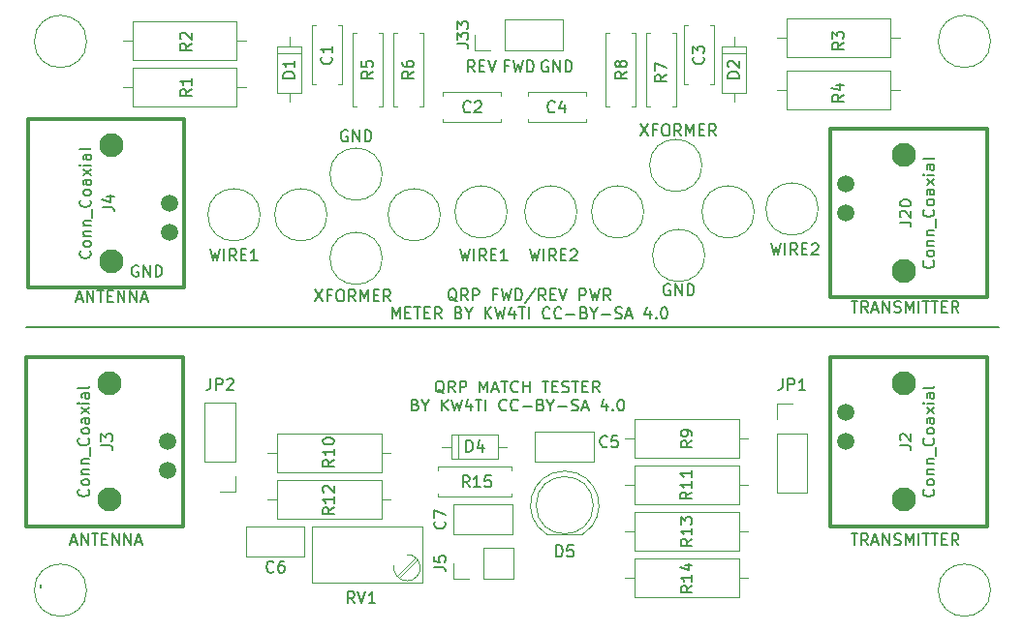
<source format=gbr>
%TF.GenerationSoftware,KiCad,Pcbnew,(6.0.11)*%
%TF.CreationDate,2023-02-05T16:51:29-06:00*%
%TF.ProjectId,MatchTester,4d617463-6854-4657-9374-65722e6b6963,rev?*%
%TF.SameCoordinates,Original*%
%TF.FileFunction,Legend,Top*%
%TF.FilePolarity,Positive*%
%FSLAX46Y46*%
G04 Gerber Fmt 4.6, Leading zero omitted, Abs format (unit mm)*
G04 Created by KiCad (PCBNEW (6.0.11)) date 2023-02-05 16:51:29*
%MOMM*%
%LPD*%
G01*
G04 APERTURE LIST*
%ADD10C,0.150000*%
%ADD11C,0.200000*%
%ADD12C,0.120000*%
%ADD13C,0.300000*%
%ADD14C,1.500000*%
%ADD15C,2.100000*%
G04 APERTURE END LIST*
D10*
X76521428Y-73792619D02*
X76426190Y-73745000D01*
X76330952Y-73649761D01*
X76188095Y-73506904D01*
X76092857Y-73459285D01*
X75997619Y-73459285D01*
X76045238Y-73697380D02*
X75950000Y-73649761D01*
X75854761Y-73554523D01*
X75807142Y-73364047D01*
X75807142Y-73030714D01*
X75854761Y-72840238D01*
X75950000Y-72745000D01*
X76045238Y-72697380D01*
X76235714Y-72697380D01*
X76330952Y-72745000D01*
X76426190Y-72840238D01*
X76473809Y-73030714D01*
X76473809Y-73364047D01*
X76426190Y-73554523D01*
X76330952Y-73649761D01*
X76235714Y-73697380D01*
X76045238Y-73697380D01*
X77473809Y-73697380D02*
X77140476Y-73221190D01*
X76902380Y-73697380D02*
X76902380Y-72697380D01*
X77283333Y-72697380D01*
X77378571Y-72745000D01*
X77426190Y-72792619D01*
X77473809Y-72887857D01*
X77473809Y-73030714D01*
X77426190Y-73125952D01*
X77378571Y-73173571D01*
X77283333Y-73221190D01*
X76902380Y-73221190D01*
X77902380Y-73697380D02*
X77902380Y-72697380D01*
X78283333Y-72697380D01*
X78378571Y-72745000D01*
X78426190Y-72792619D01*
X78473809Y-72887857D01*
X78473809Y-73030714D01*
X78426190Y-73125952D01*
X78378571Y-73173571D01*
X78283333Y-73221190D01*
X77902380Y-73221190D01*
X79664285Y-73697380D02*
X79664285Y-72697380D01*
X79997619Y-73411666D01*
X80330952Y-72697380D01*
X80330952Y-73697380D01*
X80759523Y-73411666D02*
X81235714Y-73411666D01*
X80664285Y-73697380D02*
X80997619Y-72697380D01*
X81330952Y-73697380D01*
X81521428Y-72697380D02*
X82092857Y-72697380D01*
X81807142Y-73697380D02*
X81807142Y-72697380D01*
X82997619Y-73602142D02*
X82950000Y-73649761D01*
X82807142Y-73697380D01*
X82711904Y-73697380D01*
X82569047Y-73649761D01*
X82473809Y-73554523D01*
X82426190Y-73459285D01*
X82378571Y-73268809D01*
X82378571Y-73125952D01*
X82426190Y-72935476D01*
X82473809Y-72840238D01*
X82569047Y-72745000D01*
X82711904Y-72697380D01*
X82807142Y-72697380D01*
X82950000Y-72745000D01*
X82997619Y-72792619D01*
X83426190Y-73697380D02*
X83426190Y-72697380D01*
X83426190Y-73173571D02*
X83997619Y-73173571D01*
X83997619Y-73697380D02*
X83997619Y-72697380D01*
X85092857Y-72697380D02*
X85664285Y-72697380D01*
X85378571Y-73697380D02*
X85378571Y-72697380D01*
X85997619Y-73173571D02*
X86330952Y-73173571D01*
X86473809Y-73697380D02*
X85997619Y-73697380D01*
X85997619Y-72697380D01*
X86473809Y-72697380D01*
X86854761Y-73649761D02*
X86997619Y-73697380D01*
X87235714Y-73697380D01*
X87330952Y-73649761D01*
X87378571Y-73602142D01*
X87426190Y-73506904D01*
X87426190Y-73411666D01*
X87378571Y-73316428D01*
X87330952Y-73268809D01*
X87235714Y-73221190D01*
X87045238Y-73173571D01*
X86950000Y-73125952D01*
X86902380Y-73078333D01*
X86854761Y-72983095D01*
X86854761Y-72887857D01*
X86902380Y-72792619D01*
X86950000Y-72745000D01*
X87045238Y-72697380D01*
X87283333Y-72697380D01*
X87426190Y-72745000D01*
X87711904Y-72697380D02*
X88283333Y-72697380D01*
X87997619Y-73697380D02*
X87997619Y-72697380D01*
X88616666Y-73173571D02*
X88950000Y-73173571D01*
X89092857Y-73697380D02*
X88616666Y-73697380D01*
X88616666Y-72697380D01*
X89092857Y-72697380D01*
X90092857Y-73697380D02*
X89759523Y-73221190D01*
X89521428Y-73697380D02*
X89521428Y-72697380D01*
X89902380Y-72697380D01*
X89997619Y-72745000D01*
X90045238Y-72792619D01*
X90092857Y-72887857D01*
X90092857Y-73030714D01*
X90045238Y-73125952D01*
X89997619Y-73173571D01*
X89902380Y-73221190D01*
X89521428Y-73221190D01*
X74021428Y-74783571D02*
X74164285Y-74831190D01*
X74211904Y-74878809D01*
X74259523Y-74974047D01*
X74259523Y-75116904D01*
X74211904Y-75212142D01*
X74164285Y-75259761D01*
X74069047Y-75307380D01*
X73688095Y-75307380D01*
X73688095Y-74307380D01*
X74021428Y-74307380D01*
X74116666Y-74355000D01*
X74164285Y-74402619D01*
X74211904Y-74497857D01*
X74211904Y-74593095D01*
X74164285Y-74688333D01*
X74116666Y-74735952D01*
X74021428Y-74783571D01*
X73688095Y-74783571D01*
X74878571Y-74831190D02*
X74878571Y-75307380D01*
X74545238Y-74307380D02*
X74878571Y-74831190D01*
X75211904Y-74307380D01*
X76307142Y-75307380D02*
X76307142Y-74307380D01*
X76878571Y-75307380D02*
X76450000Y-74735952D01*
X76878571Y-74307380D02*
X76307142Y-74878809D01*
X77211904Y-74307380D02*
X77450000Y-75307380D01*
X77640476Y-74593095D01*
X77830952Y-75307380D01*
X78069047Y-74307380D01*
X78878571Y-74640714D02*
X78878571Y-75307380D01*
X78640476Y-74259761D02*
X78402380Y-74974047D01*
X79021428Y-74974047D01*
X79259523Y-74307380D02*
X79830952Y-74307380D01*
X79545238Y-75307380D02*
X79545238Y-74307380D01*
X80164285Y-75307380D02*
X80164285Y-74307380D01*
X81973809Y-75212142D02*
X81926190Y-75259761D01*
X81783333Y-75307380D01*
X81688095Y-75307380D01*
X81545238Y-75259761D01*
X81450000Y-75164523D01*
X81402380Y-75069285D01*
X81354761Y-74878809D01*
X81354761Y-74735952D01*
X81402380Y-74545476D01*
X81450000Y-74450238D01*
X81545238Y-74355000D01*
X81688095Y-74307380D01*
X81783333Y-74307380D01*
X81926190Y-74355000D01*
X81973809Y-74402619D01*
X82973809Y-75212142D02*
X82926190Y-75259761D01*
X82783333Y-75307380D01*
X82688095Y-75307380D01*
X82545238Y-75259761D01*
X82450000Y-75164523D01*
X82402380Y-75069285D01*
X82354761Y-74878809D01*
X82354761Y-74735952D01*
X82402380Y-74545476D01*
X82450000Y-74450238D01*
X82545238Y-74355000D01*
X82688095Y-74307380D01*
X82783333Y-74307380D01*
X82926190Y-74355000D01*
X82973809Y-74402619D01*
X83402380Y-74926428D02*
X84164285Y-74926428D01*
X84973809Y-74783571D02*
X85116666Y-74831190D01*
X85164285Y-74878809D01*
X85211904Y-74974047D01*
X85211904Y-75116904D01*
X85164285Y-75212142D01*
X85116666Y-75259761D01*
X85021428Y-75307380D01*
X84640476Y-75307380D01*
X84640476Y-74307380D01*
X84973809Y-74307380D01*
X85069047Y-74355000D01*
X85116666Y-74402619D01*
X85164285Y-74497857D01*
X85164285Y-74593095D01*
X85116666Y-74688333D01*
X85069047Y-74735952D01*
X84973809Y-74783571D01*
X84640476Y-74783571D01*
X85830952Y-74831190D02*
X85830952Y-75307380D01*
X85497619Y-74307380D02*
X85830952Y-74831190D01*
X86164285Y-74307380D01*
X86497619Y-74926428D02*
X87259523Y-74926428D01*
X87688095Y-75259761D02*
X87830952Y-75307380D01*
X88069047Y-75307380D01*
X88164285Y-75259761D01*
X88211904Y-75212142D01*
X88259523Y-75116904D01*
X88259523Y-75021666D01*
X88211904Y-74926428D01*
X88164285Y-74878809D01*
X88069047Y-74831190D01*
X87878571Y-74783571D01*
X87783333Y-74735952D01*
X87735714Y-74688333D01*
X87688095Y-74593095D01*
X87688095Y-74497857D01*
X87735714Y-74402619D01*
X87783333Y-74355000D01*
X87878571Y-74307380D01*
X88116666Y-74307380D01*
X88259523Y-74355000D01*
X88640476Y-75021666D02*
X89116666Y-75021666D01*
X88545238Y-75307380D02*
X88878571Y-74307380D01*
X89211904Y-75307380D01*
X90735714Y-74640714D02*
X90735714Y-75307380D01*
X90497619Y-74259761D02*
X90259523Y-74974047D01*
X90878571Y-74974047D01*
X91259523Y-75212142D02*
X91307142Y-75259761D01*
X91259523Y-75307380D01*
X91211904Y-75259761D01*
X91259523Y-75212142D01*
X91259523Y-75307380D01*
X91926190Y-74307380D02*
X92021428Y-74307380D01*
X92116666Y-74355000D01*
X92164285Y-74402619D01*
X92211904Y-74497857D01*
X92259523Y-74688333D01*
X92259523Y-74926428D01*
X92211904Y-75116904D01*
X92164285Y-75212142D01*
X92116666Y-75259761D01*
X92021428Y-75307380D01*
X91926190Y-75307380D01*
X91830952Y-75259761D01*
X91783333Y-75212142D01*
X91735714Y-75116904D01*
X91688095Y-74926428D01*
X91688095Y-74688333D01*
X91735714Y-74497857D01*
X91783333Y-74402619D01*
X91830952Y-74355000D01*
X91926190Y-74307380D01*
X77642857Y-65742619D02*
X77547619Y-65695000D01*
X77452380Y-65599761D01*
X77309523Y-65456904D01*
X77214285Y-65409285D01*
X77119047Y-65409285D01*
X77166666Y-65647380D02*
X77071428Y-65599761D01*
X76976190Y-65504523D01*
X76928571Y-65314047D01*
X76928571Y-64980714D01*
X76976190Y-64790238D01*
X77071428Y-64695000D01*
X77166666Y-64647380D01*
X77357142Y-64647380D01*
X77452380Y-64695000D01*
X77547619Y-64790238D01*
X77595238Y-64980714D01*
X77595238Y-65314047D01*
X77547619Y-65504523D01*
X77452380Y-65599761D01*
X77357142Y-65647380D01*
X77166666Y-65647380D01*
X78595238Y-65647380D02*
X78261904Y-65171190D01*
X78023809Y-65647380D02*
X78023809Y-64647380D01*
X78404761Y-64647380D01*
X78500000Y-64695000D01*
X78547619Y-64742619D01*
X78595238Y-64837857D01*
X78595238Y-64980714D01*
X78547619Y-65075952D01*
X78500000Y-65123571D01*
X78404761Y-65171190D01*
X78023809Y-65171190D01*
X79023809Y-65647380D02*
X79023809Y-64647380D01*
X79404761Y-64647380D01*
X79500000Y-64695000D01*
X79547619Y-64742619D01*
X79595238Y-64837857D01*
X79595238Y-64980714D01*
X79547619Y-65075952D01*
X79500000Y-65123571D01*
X79404761Y-65171190D01*
X79023809Y-65171190D01*
X81119047Y-65123571D02*
X80785714Y-65123571D01*
X80785714Y-65647380D02*
X80785714Y-64647380D01*
X81261904Y-64647380D01*
X81547619Y-64647380D02*
X81785714Y-65647380D01*
X81976190Y-64933095D01*
X82166666Y-65647380D01*
X82404761Y-64647380D01*
X82785714Y-65647380D02*
X82785714Y-64647380D01*
X83023809Y-64647380D01*
X83166666Y-64695000D01*
X83261904Y-64790238D01*
X83309523Y-64885476D01*
X83357142Y-65075952D01*
X83357142Y-65218809D01*
X83309523Y-65409285D01*
X83261904Y-65504523D01*
X83166666Y-65599761D01*
X83023809Y-65647380D01*
X82785714Y-65647380D01*
X84500000Y-64599761D02*
X83642857Y-65885476D01*
X85404761Y-65647380D02*
X85071428Y-65171190D01*
X84833333Y-65647380D02*
X84833333Y-64647380D01*
X85214285Y-64647380D01*
X85309523Y-64695000D01*
X85357142Y-64742619D01*
X85404761Y-64837857D01*
X85404761Y-64980714D01*
X85357142Y-65075952D01*
X85309523Y-65123571D01*
X85214285Y-65171190D01*
X84833333Y-65171190D01*
X85833333Y-65123571D02*
X86166666Y-65123571D01*
X86309523Y-65647380D02*
X85833333Y-65647380D01*
X85833333Y-64647380D01*
X86309523Y-64647380D01*
X86595238Y-64647380D02*
X86928571Y-65647380D01*
X87261904Y-64647380D01*
X88357142Y-65647380D02*
X88357142Y-64647380D01*
X88738095Y-64647380D01*
X88833333Y-64695000D01*
X88880952Y-64742619D01*
X88928571Y-64837857D01*
X88928571Y-64980714D01*
X88880952Y-65075952D01*
X88833333Y-65123571D01*
X88738095Y-65171190D01*
X88357142Y-65171190D01*
X89261904Y-64647380D02*
X89500000Y-65647380D01*
X89690476Y-64933095D01*
X89880952Y-65647380D01*
X90119047Y-64647380D01*
X91071428Y-65647380D02*
X90738095Y-65171190D01*
X90500000Y-65647380D02*
X90500000Y-64647380D01*
X90880952Y-64647380D01*
X90976190Y-64695000D01*
X91023809Y-64742619D01*
X91071428Y-64837857D01*
X91071428Y-64980714D01*
X91023809Y-65075952D01*
X90976190Y-65123571D01*
X90880952Y-65171190D01*
X90500000Y-65171190D01*
X72000000Y-67257380D02*
X72000000Y-66257380D01*
X72333333Y-66971666D01*
X72666666Y-66257380D01*
X72666666Y-67257380D01*
X73142857Y-66733571D02*
X73476190Y-66733571D01*
X73619047Y-67257380D02*
X73142857Y-67257380D01*
X73142857Y-66257380D01*
X73619047Y-66257380D01*
X73904761Y-66257380D02*
X74476190Y-66257380D01*
X74190476Y-67257380D02*
X74190476Y-66257380D01*
X74809523Y-66733571D02*
X75142857Y-66733571D01*
X75285714Y-67257380D02*
X74809523Y-67257380D01*
X74809523Y-66257380D01*
X75285714Y-66257380D01*
X76285714Y-67257380D02*
X75952380Y-66781190D01*
X75714285Y-67257380D02*
X75714285Y-66257380D01*
X76095238Y-66257380D01*
X76190476Y-66305000D01*
X76238095Y-66352619D01*
X76285714Y-66447857D01*
X76285714Y-66590714D01*
X76238095Y-66685952D01*
X76190476Y-66733571D01*
X76095238Y-66781190D01*
X75714285Y-66781190D01*
X77809523Y-66733571D02*
X77952380Y-66781190D01*
X78000000Y-66828809D01*
X78047619Y-66924047D01*
X78047619Y-67066904D01*
X78000000Y-67162142D01*
X77952380Y-67209761D01*
X77857142Y-67257380D01*
X77476190Y-67257380D01*
X77476190Y-66257380D01*
X77809523Y-66257380D01*
X77904761Y-66305000D01*
X77952380Y-66352619D01*
X78000000Y-66447857D01*
X78000000Y-66543095D01*
X77952380Y-66638333D01*
X77904761Y-66685952D01*
X77809523Y-66733571D01*
X77476190Y-66733571D01*
X78666666Y-66781190D02*
X78666666Y-67257380D01*
X78333333Y-66257380D02*
X78666666Y-66781190D01*
X79000000Y-66257380D01*
X80095238Y-67257380D02*
X80095238Y-66257380D01*
X80666666Y-67257380D02*
X80238095Y-66685952D01*
X80666666Y-66257380D02*
X80095238Y-66828809D01*
X81000000Y-66257380D02*
X81238095Y-67257380D01*
X81428571Y-66543095D01*
X81619047Y-67257380D01*
X81857142Y-66257380D01*
X82666666Y-66590714D02*
X82666666Y-67257380D01*
X82428571Y-66209761D02*
X82190476Y-66924047D01*
X82809523Y-66924047D01*
X83047619Y-66257380D02*
X83619047Y-66257380D01*
X83333333Y-67257380D02*
X83333333Y-66257380D01*
X83952380Y-67257380D02*
X83952380Y-66257380D01*
X85761904Y-67162142D02*
X85714285Y-67209761D01*
X85571428Y-67257380D01*
X85476190Y-67257380D01*
X85333333Y-67209761D01*
X85238095Y-67114523D01*
X85190476Y-67019285D01*
X85142857Y-66828809D01*
X85142857Y-66685952D01*
X85190476Y-66495476D01*
X85238095Y-66400238D01*
X85333333Y-66305000D01*
X85476190Y-66257380D01*
X85571428Y-66257380D01*
X85714285Y-66305000D01*
X85761904Y-66352619D01*
X86761904Y-67162142D02*
X86714285Y-67209761D01*
X86571428Y-67257380D01*
X86476190Y-67257380D01*
X86333333Y-67209761D01*
X86238095Y-67114523D01*
X86190476Y-67019285D01*
X86142857Y-66828809D01*
X86142857Y-66685952D01*
X86190476Y-66495476D01*
X86238095Y-66400238D01*
X86333333Y-66305000D01*
X86476190Y-66257380D01*
X86571428Y-66257380D01*
X86714285Y-66305000D01*
X86761904Y-66352619D01*
X87190476Y-66876428D02*
X87952380Y-66876428D01*
X88761904Y-66733571D02*
X88904761Y-66781190D01*
X88952380Y-66828809D01*
X89000000Y-66924047D01*
X89000000Y-67066904D01*
X88952380Y-67162142D01*
X88904761Y-67209761D01*
X88809523Y-67257380D01*
X88428571Y-67257380D01*
X88428571Y-66257380D01*
X88761904Y-66257380D01*
X88857142Y-66305000D01*
X88904761Y-66352619D01*
X88952380Y-66447857D01*
X88952380Y-66543095D01*
X88904761Y-66638333D01*
X88857142Y-66685952D01*
X88761904Y-66733571D01*
X88428571Y-66733571D01*
X89619047Y-66781190D02*
X89619047Y-67257380D01*
X89285714Y-66257380D02*
X89619047Y-66781190D01*
X89952380Y-66257380D01*
X90285714Y-66876428D02*
X91047619Y-66876428D01*
X91476190Y-67209761D02*
X91619047Y-67257380D01*
X91857142Y-67257380D01*
X91952380Y-67209761D01*
X92000000Y-67162142D01*
X92047619Y-67066904D01*
X92047619Y-66971666D01*
X92000000Y-66876428D01*
X91952380Y-66828809D01*
X91857142Y-66781190D01*
X91666666Y-66733571D01*
X91571428Y-66685952D01*
X91523809Y-66638333D01*
X91476190Y-66543095D01*
X91476190Y-66447857D01*
X91523809Y-66352619D01*
X91571428Y-66305000D01*
X91666666Y-66257380D01*
X91904761Y-66257380D01*
X92047619Y-66305000D01*
X92428571Y-66971666D02*
X92904761Y-66971666D01*
X92333333Y-67257380D02*
X92666666Y-66257380D01*
X93000000Y-67257380D01*
X94523809Y-66590714D02*
X94523809Y-67257380D01*
X94285714Y-66209761D02*
X94047619Y-66924047D01*
X94666666Y-66924047D01*
X95047619Y-67162142D02*
X95095238Y-67209761D01*
X95047619Y-67257380D01*
X95000000Y-67209761D01*
X95047619Y-67162142D01*
X95047619Y-67257380D01*
X95714285Y-66257380D02*
X95809523Y-66257380D01*
X95904761Y-66305000D01*
X95952380Y-66352619D01*
X96000000Y-66447857D01*
X96047619Y-66638333D01*
X96047619Y-66876428D01*
X96000000Y-67066904D01*
X95952380Y-67162142D01*
X95904761Y-67209761D01*
X95809523Y-67257380D01*
X95714285Y-67257380D01*
X95619047Y-67209761D01*
X95571428Y-67162142D01*
X95523809Y-67066904D01*
X95476190Y-66876428D01*
X95476190Y-66638333D01*
X95523809Y-66447857D01*
X95571428Y-66352619D01*
X95619047Y-66305000D01*
X95714285Y-66257380D01*
D11*
X40000000Y-68000000D02*
X125000000Y-68000000D01*
D10*
X43918571Y-86780666D02*
X44394761Y-86780666D01*
X43823333Y-87066380D02*
X44156666Y-86066380D01*
X44490000Y-87066380D01*
X44823333Y-87066380D02*
X44823333Y-86066380D01*
X45394761Y-87066380D01*
X45394761Y-86066380D01*
X45728095Y-86066380D02*
X46299523Y-86066380D01*
X46013809Y-87066380D02*
X46013809Y-86066380D01*
X46632857Y-86542571D02*
X46966190Y-86542571D01*
X47109047Y-87066380D02*
X46632857Y-87066380D01*
X46632857Y-86066380D01*
X47109047Y-86066380D01*
X47537619Y-87066380D02*
X47537619Y-86066380D01*
X48109047Y-87066380D01*
X48109047Y-86066380D01*
X48585238Y-87066380D02*
X48585238Y-86066380D01*
X49156666Y-87066380D01*
X49156666Y-86066380D01*
X49585238Y-86780666D02*
X50061428Y-86780666D01*
X49490000Y-87066380D02*
X49823333Y-86066380D01*
X50156666Y-87066380D01*
X112101904Y-86066380D02*
X112673333Y-86066380D01*
X112387619Y-87066380D02*
X112387619Y-86066380D01*
X113578095Y-87066380D02*
X113244761Y-86590190D01*
X113006666Y-87066380D02*
X113006666Y-86066380D01*
X113387619Y-86066380D01*
X113482857Y-86114000D01*
X113530476Y-86161619D01*
X113578095Y-86256857D01*
X113578095Y-86399714D01*
X113530476Y-86494952D01*
X113482857Y-86542571D01*
X113387619Y-86590190D01*
X113006666Y-86590190D01*
X113959047Y-86780666D02*
X114435238Y-86780666D01*
X113863809Y-87066380D02*
X114197142Y-86066380D01*
X114530476Y-87066380D01*
X114863809Y-87066380D02*
X114863809Y-86066380D01*
X115435238Y-87066380D01*
X115435238Y-86066380D01*
X115863809Y-87018761D02*
X116006666Y-87066380D01*
X116244761Y-87066380D01*
X116340000Y-87018761D01*
X116387619Y-86971142D01*
X116435238Y-86875904D01*
X116435238Y-86780666D01*
X116387619Y-86685428D01*
X116340000Y-86637809D01*
X116244761Y-86590190D01*
X116054285Y-86542571D01*
X115959047Y-86494952D01*
X115911428Y-86447333D01*
X115863809Y-86352095D01*
X115863809Y-86256857D01*
X115911428Y-86161619D01*
X115959047Y-86114000D01*
X116054285Y-86066380D01*
X116292380Y-86066380D01*
X116435238Y-86114000D01*
X116863809Y-87066380D02*
X116863809Y-86066380D01*
X117197142Y-86780666D01*
X117530476Y-86066380D01*
X117530476Y-87066380D01*
X118006666Y-87066380D02*
X118006666Y-86066380D01*
X118340000Y-86066380D02*
X118911428Y-86066380D01*
X118625714Y-87066380D02*
X118625714Y-86066380D01*
X119101904Y-86066380D02*
X119673333Y-86066380D01*
X119387619Y-87066380D02*
X119387619Y-86066380D01*
X120006666Y-86542571D02*
X120340000Y-86542571D01*
X120482857Y-87066380D02*
X120006666Y-87066380D01*
X120006666Y-86066380D01*
X120482857Y-86066380D01*
X121482857Y-87066380D02*
X121149523Y-86590190D01*
X120911428Y-87066380D02*
X120911428Y-86066380D01*
X121292380Y-86066380D01*
X121387619Y-86114000D01*
X121435238Y-86161619D01*
X121482857Y-86256857D01*
X121482857Y-86399714D01*
X121435238Y-86494952D01*
X121387619Y-86542571D01*
X121292380Y-86590190D01*
X120911428Y-86590190D01*
X44398571Y-65506666D02*
X44874761Y-65506666D01*
X44303333Y-65792380D02*
X44636666Y-64792380D01*
X44970000Y-65792380D01*
X45303333Y-65792380D02*
X45303333Y-64792380D01*
X45874761Y-65792380D01*
X45874761Y-64792380D01*
X46208095Y-64792380D02*
X46779523Y-64792380D01*
X46493809Y-65792380D02*
X46493809Y-64792380D01*
X47112857Y-65268571D02*
X47446190Y-65268571D01*
X47589047Y-65792380D02*
X47112857Y-65792380D01*
X47112857Y-64792380D01*
X47589047Y-64792380D01*
X48017619Y-65792380D02*
X48017619Y-64792380D01*
X48589047Y-65792380D01*
X48589047Y-64792380D01*
X49065238Y-65792380D02*
X49065238Y-64792380D01*
X49636666Y-65792380D01*
X49636666Y-64792380D01*
X50065238Y-65506666D02*
X50541428Y-65506666D01*
X49970000Y-65792380D02*
X50303333Y-64792380D01*
X50636666Y-65792380D01*
X96266095Y-64270000D02*
X96170857Y-64222380D01*
X96028000Y-64222380D01*
X95885142Y-64270000D01*
X95789904Y-64365238D01*
X95742285Y-64460476D01*
X95694666Y-64650952D01*
X95694666Y-64793809D01*
X95742285Y-64984285D01*
X95789904Y-65079523D01*
X95885142Y-65174761D01*
X96028000Y-65222380D01*
X96123238Y-65222380D01*
X96266095Y-65174761D01*
X96313714Y-65127142D01*
X96313714Y-64793809D01*
X96123238Y-64793809D01*
X96742285Y-65222380D02*
X96742285Y-64222380D01*
X97313714Y-65222380D01*
X97313714Y-64222380D01*
X97789904Y-65222380D02*
X97789904Y-64222380D01*
X98028000Y-64222380D01*
X98170857Y-64270000D01*
X98266095Y-64365238D01*
X98313714Y-64460476D01*
X98361333Y-64650952D01*
X98361333Y-64793809D01*
X98313714Y-64984285D01*
X98266095Y-65079523D01*
X98170857Y-65174761D01*
X98028000Y-65222380D01*
X97789904Y-65222380D01*
X93718476Y-50252380D02*
X94385142Y-51252380D01*
X94385142Y-50252380D02*
X93718476Y-51252380D01*
X95099428Y-50728571D02*
X94766095Y-50728571D01*
X94766095Y-51252380D02*
X94766095Y-50252380D01*
X95242285Y-50252380D01*
X95813714Y-50252380D02*
X96004190Y-50252380D01*
X96099428Y-50300000D01*
X96194666Y-50395238D01*
X96242285Y-50585714D01*
X96242285Y-50919047D01*
X96194666Y-51109523D01*
X96099428Y-51204761D01*
X96004190Y-51252380D01*
X95813714Y-51252380D01*
X95718476Y-51204761D01*
X95623238Y-51109523D01*
X95575619Y-50919047D01*
X95575619Y-50585714D01*
X95623238Y-50395238D01*
X95718476Y-50300000D01*
X95813714Y-50252380D01*
X97242285Y-51252380D02*
X96908952Y-50776190D01*
X96670857Y-51252380D02*
X96670857Y-50252380D01*
X97051809Y-50252380D01*
X97147047Y-50300000D01*
X97194666Y-50347619D01*
X97242285Y-50442857D01*
X97242285Y-50585714D01*
X97194666Y-50680952D01*
X97147047Y-50728571D01*
X97051809Y-50776190D01*
X96670857Y-50776190D01*
X97670857Y-51252380D02*
X97670857Y-50252380D01*
X98004190Y-50966666D01*
X98337523Y-50252380D01*
X98337523Y-51252380D01*
X98813714Y-50728571D02*
X99147047Y-50728571D01*
X99289904Y-51252380D02*
X98813714Y-51252380D01*
X98813714Y-50252380D01*
X99289904Y-50252380D01*
X100289904Y-51252380D02*
X99956571Y-50776190D01*
X99718476Y-51252380D02*
X99718476Y-50252380D01*
X100099428Y-50252380D01*
X100194666Y-50300000D01*
X100242285Y-50347619D01*
X100289904Y-50442857D01*
X100289904Y-50585714D01*
X100242285Y-50680952D01*
X100194666Y-50728571D01*
X100099428Y-50776190D01*
X99718476Y-50776190D01*
X105092761Y-60666380D02*
X105330857Y-61666380D01*
X105521333Y-60952095D01*
X105711809Y-61666380D01*
X105949904Y-60666380D01*
X106330857Y-61666380D02*
X106330857Y-60666380D01*
X107378476Y-61666380D02*
X107045142Y-61190190D01*
X106807047Y-61666380D02*
X106807047Y-60666380D01*
X107188000Y-60666380D01*
X107283238Y-60714000D01*
X107330857Y-60761619D01*
X107378476Y-60856857D01*
X107378476Y-60999714D01*
X107330857Y-61094952D01*
X107283238Y-61142571D01*
X107188000Y-61190190D01*
X106807047Y-61190190D01*
X107807047Y-61142571D02*
X108140380Y-61142571D01*
X108283238Y-61666380D02*
X107807047Y-61666380D01*
X107807047Y-60666380D01*
X108283238Y-60666380D01*
X108664190Y-60761619D02*
X108711809Y-60714000D01*
X108807047Y-60666380D01*
X109045142Y-60666380D01*
X109140380Y-60714000D01*
X109188000Y-60761619D01*
X109235619Y-60856857D01*
X109235619Y-60952095D01*
X109188000Y-61094952D01*
X108616571Y-61666380D01*
X109235619Y-61666380D01*
X84010761Y-61174380D02*
X84248857Y-62174380D01*
X84439333Y-61460095D01*
X84629809Y-62174380D01*
X84867904Y-61174380D01*
X85248857Y-62174380D02*
X85248857Y-61174380D01*
X86296476Y-62174380D02*
X85963142Y-61698190D01*
X85725047Y-62174380D02*
X85725047Y-61174380D01*
X86106000Y-61174380D01*
X86201238Y-61222000D01*
X86248857Y-61269619D01*
X86296476Y-61364857D01*
X86296476Y-61507714D01*
X86248857Y-61602952D01*
X86201238Y-61650571D01*
X86106000Y-61698190D01*
X85725047Y-61698190D01*
X86725047Y-61650571D02*
X87058380Y-61650571D01*
X87201238Y-62174380D02*
X86725047Y-62174380D01*
X86725047Y-61174380D01*
X87201238Y-61174380D01*
X87582190Y-61269619D02*
X87629809Y-61222000D01*
X87725047Y-61174380D01*
X87963142Y-61174380D01*
X88058380Y-61222000D01*
X88106000Y-61269619D01*
X88153619Y-61364857D01*
X88153619Y-61460095D01*
X88106000Y-61602952D01*
X87534571Y-62174380D01*
X88153619Y-62174380D01*
X77914761Y-61174380D02*
X78152857Y-62174380D01*
X78343333Y-61460095D01*
X78533809Y-62174380D01*
X78771904Y-61174380D01*
X79152857Y-62174380D02*
X79152857Y-61174380D01*
X80200476Y-62174380D02*
X79867142Y-61698190D01*
X79629047Y-62174380D02*
X79629047Y-61174380D01*
X80010000Y-61174380D01*
X80105238Y-61222000D01*
X80152857Y-61269619D01*
X80200476Y-61364857D01*
X80200476Y-61507714D01*
X80152857Y-61602952D01*
X80105238Y-61650571D01*
X80010000Y-61698190D01*
X79629047Y-61698190D01*
X80629047Y-61650571D02*
X80962380Y-61650571D01*
X81105238Y-62174380D02*
X80629047Y-62174380D01*
X80629047Y-61174380D01*
X81105238Y-61174380D01*
X82057619Y-62174380D02*
X81486190Y-62174380D01*
X81771904Y-62174380D02*
X81771904Y-61174380D01*
X81676666Y-61317238D01*
X81581428Y-61412476D01*
X81486190Y-61460095D01*
X112111904Y-65722380D02*
X112683333Y-65722380D01*
X112397619Y-66722380D02*
X112397619Y-65722380D01*
X113588095Y-66722380D02*
X113254761Y-66246190D01*
X113016666Y-66722380D02*
X113016666Y-65722380D01*
X113397619Y-65722380D01*
X113492857Y-65770000D01*
X113540476Y-65817619D01*
X113588095Y-65912857D01*
X113588095Y-66055714D01*
X113540476Y-66150952D01*
X113492857Y-66198571D01*
X113397619Y-66246190D01*
X113016666Y-66246190D01*
X113969047Y-66436666D02*
X114445238Y-66436666D01*
X113873809Y-66722380D02*
X114207142Y-65722380D01*
X114540476Y-66722380D01*
X114873809Y-66722380D02*
X114873809Y-65722380D01*
X115445238Y-66722380D01*
X115445238Y-65722380D01*
X115873809Y-66674761D02*
X116016666Y-66722380D01*
X116254761Y-66722380D01*
X116350000Y-66674761D01*
X116397619Y-66627142D01*
X116445238Y-66531904D01*
X116445238Y-66436666D01*
X116397619Y-66341428D01*
X116350000Y-66293809D01*
X116254761Y-66246190D01*
X116064285Y-66198571D01*
X115969047Y-66150952D01*
X115921428Y-66103333D01*
X115873809Y-66008095D01*
X115873809Y-65912857D01*
X115921428Y-65817619D01*
X115969047Y-65770000D01*
X116064285Y-65722380D01*
X116302380Y-65722380D01*
X116445238Y-65770000D01*
X116873809Y-66722380D02*
X116873809Y-65722380D01*
X117207142Y-66436666D01*
X117540476Y-65722380D01*
X117540476Y-66722380D01*
X118016666Y-66722380D02*
X118016666Y-65722380D01*
X118350000Y-65722380D02*
X118921428Y-65722380D01*
X118635714Y-66722380D02*
X118635714Y-65722380D01*
X119111904Y-65722380D02*
X119683333Y-65722380D01*
X119397619Y-66722380D02*
X119397619Y-65722380D01*
X120016666Y-66198571D02*
X120350000Y-66198571D01*
X120492857Y-66722380D02*
X120016666Y-66722380D01*
X120016666Y-65722380D01*
X120492857Y-65722380D01*
X121492857Y-66722380D02*
X121159523Y-66246190D01*
X120921428Y-66722380D02*
X120921428Y-65722380D01*
X121302380Y-65722380D01*
X121397619Y-65770000D01*
X121445238Y-65817619D01*
X121492857Y-65912857D01*
X121492857Y-66055714D01*
X121445238Y-66150952D01*
X121397619Y-66198571D01*
X121302380Y-66246190D01*
X120921428Y-66246190D01*
D11*
X41275000Y-90551000D02*
X41275000Y-90805000D01*
D10*
X79184571Y-45664380D02*
X78851238Y-45188190D01*
X78613142Y-45664380D02*
X78613142Y-44664380D01*
X78994095Y-44664380D01*
X79089333Y-44712000D01*
X79136952Y-44759619D01*
X79184571Y-44854857D01*
X79184571Y-44997714D01*
X79136952Y-45092952D01*
X79089333Y-45140571D01*
X78994095Y-45188190D01*
X78613142Y-45188190D01*
X79613142Y-45140571D02*
X79946476Y-45140571D01*
X80089333Y-45664380D02*
X79613142Y-45664380D01*
X79613142Y-44664380D01*
X80089333Y-44664380D01*
X80375047Y-44664380D02*
X80708380Y-45664380D01*
X81041714Y-44664380D01*
X82129428Y-45140571D02*
X81796095Y-45140571D01*
X81796095Y-45664380D02*
X81796095Y-44664380D01*
X82272285Y-44664380D01*
X82558000Y-44664380D02*
X82796095Y-45664380D01*
X82986571Y-44950095D01*
X83177047Y-45664380D01*
X83415142Y-44664380D01*
X83796095Y-45664380D02*
X83796095Y-44664380D01*
X84034190Y-44664380D01*
X84177047Y-44712000D01*
X84272285Y-44807238D01*
X84319904Y-44902476D01*
X84367523Y-45092952D01*
X84367523Y-45235809D01*
X84319904Y-45426285D01*
X84272285Y-45521523D01*
X84177047Y-45616761D01*
X84034190Y-45664380D01*
X83796095Y-45664380D01*
X85598095Y-44712000D02*
X85502857Y-44664380D01*
X85360000Y-44664380D01*
X85217142Y-44712000D01*
X85121904Y-44807238D01*
X85074285Y-44902476D01*
X85026666Y-45092952D01*
X85026666Y-45235809D01*
X85074285Y-45426285D01*
X85121904Y-45521523D01*
X85217142Y-45616761D01*
X85360000Y-45664380D01*
X85455238Y-45664380D01*
X85598095Y-45616761D01*
X85645714Y-45569142D01*
X85645714Y-45235809D01*
X85455238Y-45235809D01*
X86074285Y-45664380D02*
X86074285Y-44664380D01*
X86645714Y-45664380D01*
X86645714Y-44664380D01*
X87121904Y-45664380D02*
X87121904Y-44664380D01*
X87360000Y-44664380D01*
X87502857Y-44712000D01*
X87598095Y-44807238D01*
X87645714Y-44902476D01*
X87693333Y-45092952D01*
X87693333Y-45235809D01*
X87645714Y-45426285D01*
X87598095Y-45521523D01*
X87502857Y-45616761D01*
X87360000Y-45664380D01*
X87121904Y-45664380D01*
X49784095Y-62619000D02*
X49688857Y-62571380D01*
X49546000Y-62571380D01*
X49403142Y-62619000D01*
X49307904Y-62714238D01*
X49260285Y-62809476D01*
X49212666Y-62999952D01*
X49212666Y-63142809D01*
X49260285Y-63333285D01*
X49307904Y-63428523D01*
X49403142Y-63523761D01*
X49546000Y-63571380D01*
X49641238Y-63571380D01*
X49784095Y-63523761D01*
X49831714Y-63476142D01*
X49831714Y-63142809D01*
X49641238Y-63142809D01*
X50260285Y-63571380D02*
X50260285Y-62571380D01*
X50831714Y-63571380D01*
X50831714Y-62571380D01*
X51307904Y-63571380D02*
X51307904Y-62571380D01*
X51546000Y-62571380D01*
X51688857Y-62619000D01*
X51784095Y-62714238D01*
X51831714Y-62809476D01*
X51879333Y-62999952D01*
X51879333Y-63142809D01*
X51831714Y-63333285D01*
X51784095Y-63428523D01*
X51688857Y-63523761D01*
X51546000Y-63571380D01*
X51307904Y-63571380D01*
X65270476Y-64730380D02*
X65937142Y-65730380D01*
X65937142Y-64730380D02*
X65270476Y-65730380D01*
X66651428Y-65206571D02*
X66318095Y-65206571D01*
X66318095Y-65730380D02*
X66318095Y-64730380D01*
X66794285Y-64730380D01*
X67365714Y-64730380D02*
X67556190Y-64730380D01*
X67651428Y-64778000D01*
X67746666Y-64873238D01*
X67794285Y-65063714D01*
X67794285Y-65397047D01*
X67746666Y-65587523D01*
X67651428Y-65682761D01*
X67556190Y-65730380D01*
X67365714Y-65730380D01*
X67270476Y-65682761D01*
X67175238Y-65587523D01*
X67127619Y-65397047D01*
X67127619Y-65063714D01*
X67175238Y-64873238D01*
X67270476Y-64778000D01*
X67365714Y-64730380D01*
X68794285Y-65730380D02*
X68460952Y-65254190D01*
X68222857Y-65730380D02*
X68222857Y-64730380D01*
X68603809Y-64730380D01*
X68699047Y-64778000D01*
X68746666Y-64825619D01*
X68794285Y-64920857D01*
X68794285Y-65063714D01*
X68746666Y-65158952D01*
X68699047Y-65206571D01*
X68603809Y-65254190D01*
X68222857Y-65254190D01*
X69222857Y-65730380D02*
X69222857Y-64730380D01*
X69556190Y-65444666D01*
X69889523Y-64730380D01*
X69889523Y-65730380D01*
X70365714Y-65206571D02*
X70699047Y-65206571D01*
X70841904Y-65730380D02*
X70365714Y-65730380D01*
X70365714Y-64730380D01*
X70841904Y-64730380D01*
X71841904Y-65730380D02*
X71508571Y-65254190D01*
X71270476Y-65730380D02*
X71270476Y-64730380D01*
X71651428Y-64730380D01*
X71746666Y-64778000D01*
X71794285Y-64825619D01*
X71841904Y-64920857D01*
X71841904Y-65063714D01*
X71794285Y-65158952D01*
X71746666Y-65206571D01*
X71651428Y-65254190D01*
X71270476Y-65254190D01*
X56070761Y-61174380D02*
X56308857Y-62174380D01*
X56499333Y-61460095D01*
X56689809Y-62174380D01*
X56927904Y-61174380D01*
X57308857Y-62174380D02*
X57308857Y-61174380D01*
X58356476Y-62174380D02*
X58023142Y-61698190D01*
X57785047Y-62174380D02*
X57785047Y-61174380D01*
X58166000Y-61174380D01*
X58261238Y-61222000D01*
X58308857Y-61269619D01*
X58356476Y-61364857D01*
X58356476Y-61507714D01*
X58308857Y-61602952D01*
X58261238Y-61650571D01*
X58166000Y-61698190D01*
X57785047Y-61698190D01*
X58785047Y-61650571D02*
X59118380Y-61650571D01*
X59261238Y-62174380D02*
X58785047Y-62174380D01*
X58785047Y-61174380D01*
X59261238Y-61174380D01*
X60213619Y-62174380D02*
X59642190Y-62174380D01*
X59927904Y-62174380D02*
X59927904Y-61174380D01*
X59832666Y-61317238D01*
X59737428Y-61412476D01*
X59642190Y-61460095D01*
X68072095Y-50808000D02*
X67976857Y-50760380D01*
X67834000Y-50760380D01*
X67691142Y-50808000D01*
X67595904Y-50903238D01*
X67548285Y-50998476D01*
X67500666Y-51188952D01*
X67500666Y-51331809D01*
X67548285Y-51522285D01*
X67595904Y-51617523D01*
X67691142Y-51712761D01*
X67834000Y-51760380D01*
X67929238Y-51760380D01*
X68072095Y-51712761D01*
X68119714Y-51665142D01*
X68119714Y-51331809D01*
X67929238Y-51331809D01*
X68548285Y-51760380D02*
X68548285Y-50760380D01*
X69119714Y-51760380D01*
X69119714Y-50760380D01*
X69595904Y-51760380D02*
X69595904Y-50760380D01*
X69834000Y-50760380D01*
X69976857Y-50808000D01*
X70072095Y-50903238D01*
X70119714Y-50998476D01*
X70167333Y-51188952D01*
X70167333Y-51331809D01*
X70119714Y-51522285D01*
X70072095Y-51617523D01*
X69976857Y-51712761D01*
X69834000Y-51760380D01*
X69595904Y-51760380D01*
%TO.C,JP1*%
X106116666Y-72502380D02*
X106116666Y-73216666D01*
X106069047Y-73359523D01*
X105973809Y-73454761D01*
X105830952Y-73502380D01*
X105735714Y-73502380D01*
X106592857Y-73502380D02*
X106592857Y-72502380D01*
X106973809Y-72502380D01*
X107069047Y-72550000D01*
X107116666Y-72597619D01*
X107164285Y-72692857D01*
X107164285Y-72835714D01*
X107116666Y-72930952D01*
X107069047Y-72978571D01*
X106973809Y-73026190D01*
X106592857Y-73026190D01*
X108116666Y-73502380D02*
X107545238Y-73502380D01*
X107830952Y-73502380D02*
X107830952Y-72502380D01*
X107735714Y-72645238D01*
X107640476Y-72740476D01*
X107545238Y-72788095D01*
%TO.C,R13*%
X98202380Y-86522857D02*
X97726190Y-86856190D01*
X98202380Y-87094285D02*
X97202380Y-87094285D01*
X97202380Y-86713333D01*
X97250000Y-86618095D01*
X97297619Y-86570476D01*
X97392857Y-86522857D01*
X97535714Y-86522857D01*
X97630952Y-86570476D01*
X97678571Y-86618095D01*
X97726190Y-86713333D01*
X97726190Y-87094285D01*
X98202380Y-85570476D02*
X98202380Y-86141904D01*
X98202380Y-85856190D02*
X97202380Y-85856190D01*
X97345238Y-85951428D01*
X97440476Y-86046666D01*
X97488095Y-86141904D01*
X97202380Y-85237142D02*
X97202380Y-84618095D01*
X97583333Y-84951428D01*
X97583333Y-84808571D01*
X97630952Y-84713333D01*
X97678571Y-84665714D01*
X97773809Y-84618095D01*
X98011904Y-84618095D01*
X98107142Y-84665714D01*
X98154761Y-84713333D01*
X98202380Y-84808571D01*
X98202380Y-85094285D01*
X98154761Y-85189523D01*
X98107142Y-85237142D01*
%TO.C,R11*%
X98172380Y-82432857D02*
X97696190Y-82766190D01*
X98172380Y-83004285D02*
X97172380Y-83004285D01*
X97172380Y-82623333D01*
X97220000Y-82528095D01*
X97267619Y-82480476D01*
X97362857Y-82432857D01*
X97505714Y-82432857D01*
X97600952Y-82480476D01*
X97648571Y-82528095D01*
X97696190Y-82623333D01*
X97696190Y-83004285D01*
X98172380Y-81480476D02*
X98172380Y-82051904D01*
X98172380Y-81766190D02*
X97172380Y-81766190D01*
X97315238Y-81861428D01*
X97410476Y-81956666D01*
X97458095Y-82051904D01*
X98172380Y-80528095D02*
X98172380Y-81099523D01*
X98172380Y-80813809D02*
X97172380Y-80813809D01*
X97315238Y-80909047D01*
X97410476Y-81004285D01*
X97458095Y-81099523D01*
%TO.C,R9*%
X98212380Y-77926666D02*
X97736190Y-78260000D01*
X98212380Y-78498095D02*
X97212380Y-78498095D01*
X97212380Y-78117142D01*
X97260000Y-78021904D01*
X97307619Y-77974285D01*
X97402857Y-77926666D01*
X97545714Y-77926666D01*
X97640952Y-77974285D01*
X97688571Y-78021904D01*
X97736190Y-78117142D01*
X97736190Y-78498095D01*
X98212380Y-77450476D02*
X98212380Y-77260000D01*
X98164761Y-77164761D01*
X98117142Y-77117142D01*
X97974285Y-77021904D01*
X97783809Y-76974285D01*
X97402857Y-76974285D01*
X97307619Y-77021904D01*
X97260000Y-77069523D01*
X97212380Y-77164761D01*
X97212380Y-77355238D01*
X97260000Y-77450476D01*
X97307619Y-77498095D01*
X97402857Y-77545714D01*
X97640952Y-77545714D01*
X97736190Y-77498095D01*
X97783809Y-77450476D01*
X97831428Y-77355238D01*
X97831428Y-77164761D01*
X97783809Y-77069523D01*
X97736190Y-77021904D01*
X97640952Y-76974285D01*
%TO.C,R3*%
X111450380Y-43092666D02*
X110974190Y-43426000D01*
X111450380Y-43664095D02*
X110450380Y-43664095D01*
X110450380Y-43283142D01*
X110498000Y-43187904D01*
X110545619Y-43140285D01*
X110640857Y-43092666D01*
X110783714Y-43092666D01*
X110878952Y-43140285D01*
X110926571Y-43187904D01*
X110974190Y-43283142D01*
X110974190Y-43664095D01*
X110450380Y-42759333D02*
X110450380Y-42140285D01*
X110831333Y-42473619D01*
X110831333Y-42330761D01*
X110878952Y-42235523D01*
X110926571Y-42187904D01*
X111021809Y-42140285D01*
X111259904Y-42140285D01*
X111355142Y-42187904D01*
X111402761Y-42235523D01*
X111450380Y-42330761D01*
X111450380Y-42616476D01*
X111402761Y-42711714D01*
X111355142Y-42759333D01*
%TO.C,R2*%
X54452380Y-43166666D02*
X53976190Y-43500000D01*
X54452380Y-43738095D02*
X53452380Y-43738095D01*
X53452380Y-43357142D01*
X53500000Y-43261904D01*
X53547619Y-43214285D01*
X53642857Y-43166666D01*
X53785714Y-43166666D01*
X53880952Y-43214285D01*
X53928571Y-43261904D01*
X53976190Y-43357142D01*
X53976190Y-43738095D01*
X53547619Y-42785714D02*
X53500000Y-42738095D01*
X53452380Y-42642857D01*
X53452380Y-42404761D01*
X53500000Y-42309523D01*
X53547619Y-42261904D01*
X53642857Y-42214285D01*
X53738095Y-42214285D01*
X53880952Y-42261904D01*
X54452380Y-42833333D01*
X54452380Y-42214285D01*
%TO.C,R4*%
X111450380Y-47664666D02*
X110974190Y-47998000D01*
X111450380Y-48236095D02*
X110450380Y-48236095D01*
X110450380Y-47855142D01*
X110498000Y-47759904D01*
X110545619Y-47712285D01*
X110640857Y-47664666D01*
X110783714Y-47664666D01*
X110878952Y-47712285D01*
X110926571Y-47759904D01*
X110974190Y-47855142D01*
X110974190Y-48236095D01*
X110783714Y-46807523D02*
X111450380Y-46807523D01*
X110402761Y-47045619D02*
X111117047Y-47283714D01*
X111117047Y-46664666D01*
%TO.C,C1*%
X66651142Y-44362666D02*
X66698761Y-44410285D01*
X66746380Y-44553142D01*
X66746380Y-44648380D01*
X66698761Y-44791238D01*
X66603523Y-44886476D01*
X66508285Y-44934095D01*
X66317809Y-44981714D01*
X66174952Y-44981714D01*
X65984476Y-44934095D01*
X65889238Y-44886476D01*
X65794000Y-44791238D01*
X65746380Y-44648380D01*
X65746380Y-44553142D01*
X65794000Y-44410285D01*
X65841619Y-44362666D01*
X66746380Y-43410285D02*
X66746380Y-43981714D01*
X66746380Y-43696000D02*
X65746380Y-43696000D01*
X65889238Y-43791238D01*
X65984476Y-43886476D01*
X66032095Y-43981714D01*
%TO.C,C2*%
X78827333Y-49125142D02*
X78779714Y-49172761D01*
X78636857Y-49220380D01*
X78541619Y-49220380D01*
X78398761Y-49172761D01*
X78303523Y-49077523D01*
X78255904Y-48982285D01*
X78208285Y-48791809D01*
X78208285Y-48648952D01*
X78255904Y-48458476D01*
X78303523Y-48363238D01*
X78398761Y-48268000D01*
X78541619Y-48220380D01*
X78636857Y-48220380D01*
X78779714Y-48268000D01*
X78827333Y-48315619D01*
X79208285Y-48315619D02*
X79255904Y-48268000D01*
X79351142Y-48220380D01*
X79589238Y-48220380D01*
X79684476Y-48268000D01*
X79732095Y-48315619D01*
X79779714Y-48410857D01*
X79779714Y-48506095D01*
X79732095Y-48648952D01*
X79160666Y-49220380D01*
X79779714Y-49220380D01*
%TO.C,C3*%
X99163142Y-44362666D02*
X99210761Y-44410285D01*
X99258380Y-44553142D01*
X99258380Y-44648380D01*
X99210761Y-44791238D01*
X99115523Y-44886476D01*
X99020285Y-44934095D01*
X98829809Y-44981714D01*
X98686952Y-44981714D01*
X98496476Y-44934095D01*
X98401238Y-44886476D01*
X98306000Y-44791238D01*
X98258380Y-44648380D01*
X98258380Y-44553142D01*
X98306000Y-44410285D01*
X98353619Y-44362666D01*
X98258380Y-44029333D02*
X98258380Y-43410285D01*
X98639333Y-43743619D01*
X98639333Y-43600761D01*
X98686952Y-43505523D01*
X98734571Y-43457904D01*
X98829809Y-43410285D01*
X99067904Y-43410285D01*
X99163142Y-43457904D01*
X99210761Y-43505523D01*
X99258380Y-43600761D01*
X99258380Y-43886476D01*
X99210761Y-43981714D01*
X99163142Y-44029333D01*
%TO.C,C4*%
X86193333Y-49125142D02*
X86145714Y-49172761D01*
X86002857Y-49220380D01*
X85907619Y-49220380D01*
X85764761Y-49172761D01*
X85669523Y-49077523D01*
X85621904Y-48982285D01*
X85574285Y-48791809D01*
X85574285Y-48648952D01*
X85621904Y-48458476D01*
X85669523Y-48363238D01*
X85764761Y-48268000D01*
X85907619Y-48220380D01*
X86002857Y-48220380D01*
X86145714Y-48268000D01*
X86193333Y-48315619D01*
X87050476Y-48553714D02*
X87050476Y-49220380D01*
X86812380Y-48172761D02*
X86574285Y-48887047D01*
X87193333Y-48887047D01*
%TO.C,J33*%
X77640380Y-43227523D02*
X78354666Y-43227523D01*
X78497523Y-43275142D01*
X78592761Y-43370380D01*
X78640380Y-43513238D01*
X78640380Y-43608476D01*
X77640380Y-42846571D02*
X77640380Y-42227523D01*
X78021333Y-42560857D01*
X78021333Y-42418000D01*
X78068952Y-42322761D01*
X78116571Y-42275142D01*
X78211809Y-42227523D01*
X78449904Y-42227523D01*
X78545142Y-42275142D01*
X78592761Y-42322761D01*
X78640380Y-42418000D01*
X78640380Y-42703714D01*
X78592761Y-42798952D01*
X78545142Y-42846571D01*
X77640380Y-41894190D02*
X77640380Y-41275142D01*
X78021333Y-41608476D01*
X78021333Y-41465619D01*
X78068952Y-41370380D01*
X78116571Y-41322761D01*
X78211809Y-41275142D01*
X78449904Y-41275142D01*
X78545142Y-41322761D01*
X78592761Y-41370380D01*
X78640380Y-41465619D01*
X78640380Y-41751333D01*
X78592761Y-41846571D01*
X78545142Y-41894190D01*
%TO.C,R5*%
X70302380Y-45632666D02*
X69826190Y-45966000D01*
X70302380Y-46204095D02*
X69302380Y-46204095D01*
X69302380Y-45823142D01*
X69350000Y-45727904D01*
X69397619Y-45680285D01*
X69492857Y-45632666D01*
X69635714Y-45632666D01*
X69730952Y-45680285D01*
X69778571Y-45727904D01*
X69826190Y-45823142D01*
X69826190Y-46204095D01*
X69302380Y-44727904D02*
X69302380Y-45204095D01*
X69778571Y-45251714D01*
X69730952Y-45204095D01*
X69683333Y-45108857D01*
X69683333Y-44870761D01*
X69730952Y-44775523D01*
X69778571Y-44727904D01*
X69873809Y-44680285D01*
X70111904Y-44680285D01*
X70207142Y-44727904D01*
X70254761Y-44775523D01*
X70302380Y-44870761D01*
X70302380Y-45108857D01*
X70254761Y-45204095D01*
X70207142Y-45251714D01*
%TO.C,R6*%
X73858380Y-45632666D02*
X73382190Y-45966000D01*
X73858380Y-46204095D02*
X72858380Y-46204095D01*
X72858380Y-45823142D01*
X72906000Y-45727904D01*
X72953619Y-45680285D01*
X73048857Y-45632666D01*
X73191714Y-45632666D01*
X73286952Y-45680285D01*
X73334571Y-45727904D01*
X73382190Y-45823142D01*
X73382190Y-46204095D01*
X72858380Y-44775523D02*
X72858380Y-44966000D01*
X72906000Y-45061238D01*
X72953619Y-45108857D01*
X73096476Y-45204095D01*
X73286952Y-45251714D01*
X73667904Y-45251714D01*
X73763142Y-45204095D01*
X73810761Y-45156476D01*
X73858380Y-45061238D01*
X73858380Y-44870761D01*
X73810761Y-44775523D01*
X73763142Y-44727904D01*
X73667904Y-44680285D01*
X73429809Y-44680285D01*
X73334571Y-44727904D01*
X73286952Y-44775523D01*
X73239333Y-44870761D01*
X73239333Y-45061238D01*
X73286952Y-45156476D01*
X73334571Y-45204095D01*
X73429809Y-45251714D01*
%TO.C,R7*%
X95976380Y-45890666D02*
X95500190Y-46224000D01*
X95976380Y-46462095D02*
X94976380Y-46462095D01*
X94976380Y-46081142D01*
X95024000Y-45985904D01*
X95071619Y-45938285D01*
X95166857Y-45890666D01*
X95309714Y-45890666D01*
X95404952Y-45938285D01*
X95452571Y-45985904D01*
X95500190Y-46081142D01*
X95500190Y-46462095D01*
X94976380Y-45557333D02*
X94976380Y-44890666D01*
X95976380Y-45319238D01*
%TO.C,R8*%
X92476380Y-45636666D02*
X92000190Y-45970000D01*
X92476380Y-46208095D02*
X91476380Y-46208095D01*
X91476380Y-45827142D01*
X91524000Y-45731904D01*
X91571619Y-45684285D01*
X91666857Y-45636666D01*
X91809714Y-45636666D01*
X91904952Y-45684285D01*
X91952571Y-45731904D01*
X92000190Y-45827142D01*
X92000190Y-46208095D01*
X91904952Y-45065238D02*
X91857333Y-45160476D01*
X91809714Y-45208095D01*
X91714476Y-45255714D01*
X91666857Y-45255714D01*
X91571619Y-45208095D01*
X91524000Y-45160476D01*
X91476380Y-45065238D01*
X91476380Y-44874761D01*
X91524000Y-44779523D01*
X91571619Y-44731904D01*
X91666857Y-44684285D01*
X91714476Y-44684285D01*
X91809714Y-44731904D01*
X91857333Y-44779523D01*
X91904952Y-44874761D01*
X91904952Y-45065238D01*
X91952571Y-45160476D01*
X92000190Y-45208095D01*
X92095428Y-45255714D01*
X92285904Y-45255714D01*
X92381142Y-45208095D01*
X92428761Y-45160476D01*
X92476380Y-45065238D01*
X92476380Y-44874761D01*
X92428761Y-44779523D01*
X92381142Y-44731904D01*
X92285904Y-44684285D01*
X92095428Y-44684285D01*
X92000190Y-44731904D01*
X91952571Y-44779523D01*
X91904952Y-44874761D01*
%TO.C,D1*%
X63444380Y-46204095D02*
X62444380Y-46204095D01*
X62444380Y-45966000D01*
X62492000Y-45823142D01*
X62587238Y-45727904D01*
X62682476Y-45680285D01*
X62872952Y-45632666D01*
X63015809Y-45632666D01*
X63206285Y-45680285D01*
X63301523Y-45727904D01*
X63396761Y-45823142D01*
X63444380Y-45966000D01*
X63444380Y-46204095D01*
X63444380Y-44680285D02*
X63444380Y-45251714D01*
X63444380Y-44966000D02*
X62444380Y-44966000D01*
X62587238Y-45061238D01*
X62682476Y-45156476D01*
X62730095Y-45251714D01*
%TO.C,D2*%
X102306380Y-46204095D02*
X101306380Y-46204095D01*
X101306380Y-45966000D01*
X101354000Y-45823142D01*
X101449238Y-45727904D01*
X101544476Y-45680285D01*
X101734952Y-45632666D01*
X101877809Y-45632666D01*
X102068285Y-45680285D01*
X102163523Y-45727904D01*
X102258761Y-45823142D01*
X102306380Y-45966000D01*
X102306380Y-46204095D01*
X101401619Y-45251714D02*
X101354000Y-45204095D01*
X101306380Y-45108857D01*
X101306380Y-44870761D01*
X101354000Y-44775523D01*
X101401619Y-44727904D01*
X101496857Y-44680285D01*
X101592095Y-44680285D01*
X101734952Y-44727904D01*
X102306380Y-45299333D01*
X102306380Y-44680285D01*
%TO.C,R1*%
X54452380Y-47166666D02*
X53976190Y-47500000D01*
X54452380Y-47738095D02*
X53452380Y-47738095D01*
X53452380Y-47357142D01*
X53500000Y-47261904D01*
X53547619Y-47214285D01*
X53642857Y-47166666D01*
X53785714Y-47166666D01*
X53880952Y-47214285D01*
X53928571Y-47261904D01*
X53976190Y-47357142D01*
X53976190Y-47738095D01*
X54452380Y-46214285D02*
X54452380Y-46785714D01*
X54452380Y-46500000D02*
X53452380Y-46500000D01*
X53595238Y-46595238D01*
X53690476Y-46690476D01*
X53738095Y-46785714D01*
D11*
%TO.C,J4*%
X46696380Y-57483333D02*
X47410666Y-57483333D01*
X47553523Y-57530952D01*
X47648761Y-57626190D01*
X47696380Y-57769047D01*
X47696380Y-57864285D01*
X47029714Y-56578571D02*
X47696380Y-56578571D01*
X46648761Y-56816666D02*
X47363047Y-57054761D01*
X47363047Y-56435714D01*
X45569142Y-61340476D02*
X45616761Y-61388095D01*
X45664380Y-61530952D01*
X45664380Y-61626190D01*
X45616761Y-61769047D01*
X45521523Y-61864285D01*
X45426285Y-61911904D01*
X45235809Y-61959523D01*
X45092952Y-61959523D01*
X44902476Y-61911904D01*
X44807238Y-61864285D01*
X44712000Y-61769047D01*
X44664380Y-61626190D01*
X44664380Y-61530952D01*
X44712000Y-61388095D01*
X44759619Y-61340476D01*
X45664380Y-60769047D02*
X45616761Y-60864285D01*
X45569142Y-60911904D01*
X45473904Y-60959523D01*
X45188190Y-60959523D01*
X45092952Y-60911904D01*
X45045333Y-60864285D01*
X44997714Y-60769047D01*
X44997714Y-60626190D01*
X45045333Y-60530952D01*
X45092952Y-60483333D01*
X45188190Y-60435714D01*
X45473904Y-60435714D01*
X45569142Y-60483333D01*
X45616761Y-60530952D01*
X45664380Y-60626190D01*
X45664380Y-60769047D01*
X44997714Y-60007142D02*
X45664380Y-60007142D01*
X45092952Y-60007142D02*
X45045333Y-59959523D01*
X44997714Y-59864285D01*
X44997714Y-59721428D01*
X45045333Y-59626190D01*
X45140571Y-59578571D01*
X45664380Y-59578571D01*
X44997714Y-59102380D02*
X45664380Y-59102380D01*
X45092952Y-59102380D02*
X45045333Y-59054761D01*
X44997714Y-58959523D01*
X44997714Y-58816666D01*
X45045333Y-58721428D01*
X45140571Y-58673809D01*
X45664380Y-58673809D01*
X45759619Y-58435714D02*
X45759619Y-57673809D01*
X45569142Y-56864285D02*
X45616761Y-56911904D01*
X45664380Y-57054761D01*
X45664380Y-57150000D01*
X45616761Y-57292857D01*
X45521523Y-57388095D01*
X45426285Y-57435714D01*
X45235809Y-57483333D01*
X45092952Y-57483333D01*
X44902476Y-57435714D01*
X44807238Y-57388095D01*
X44712000Y-57292857D01*
X44664380Y-57150000D01*
X44664380Y-57054761D01*
X44712000Y-56911904D01*
X44759619Y-56864285D01*
X45664380Y-56292857D02*
X45616761Y-56388095D01*
X45569142Y-56435714D01*
X45473904Y-56483333D01*
X45188190Y-56483333D01*
X45092952Y-56435714D01*
X45045333Y-56388095D01*
X44997714Y-56292857D01*
X44997714Y-56150000D01*
X45045333Y-56054761D01*
X45092952Y-56007142D01*
X45188190Y-55959523D01*
X45473904Y-55959523D01*
X45569142Y-56007142D01*
X45616761Y-56054761D01*
X45664380Y-56150000D01*
X45664380Y-56292857D01*
X45664380Y-55102380D02*
X45140571Y-55102380D01*
X45045333Y-55150000D01*
X44997714Y-55245238D01*
X44997714Y-55435714D01*
X45045333Y-55530952D01*
X45616761Y-55102380D02*
X45664380Y-55197619D01*
X45664380Y-55435714D01*
X45616761Y-55530952D01*
X45521523Y-55578571D01*
X45426285Y-55578571D01*
X45331047Y-55530952D01*
X45283428Y-55435714D01*
X45283428Y-55197619D01*
X45235809Y-55102380D01*
X45664380Y-54721428D02*
X44997714Y-54197619D01*
X44997714Y-54721428D02*
X45664380Y-54197619D01*
X45664380Y-53816666D02*
X44997714Y-53816666D01*
X44664380Y-53816666D02*
X44712000Y-53864285D01*
X44759619Y-53816666D01*
X44712000Y-53769047D01*
X44664380Y-53816666D01*
X44759619Y-53816666D01*
X45664380Y-52911904D02*
X45140571Y-52911904D01*
X45045333Y-52959523D01*
X44997714Y-53054761D01*
X44997714Y-53245238D01*
X45045333Y-53340476D01*
X45616761Y-52911904D02*
X45664380Y-53007142D01*
X45664380Y-53245238D01*
X45616761Y-53340476D01*
X45521523Y-53388095D01*
X45426285Y-53388095D01*
X45331047Y-53340476D01*
X45283428Y-53245238D01*
X45283428Y-53007142D01*
X45235809Y-52911904D01*
X45664380Y-52292857D02*
X45616761Y-52388095D01*
X45521523Y-52435714D01*
X44664380Y-52435714D01*
%TO.C,J20*%
X116340380Y-58809523D02*
X117054666Y-58809523D01*
X117197523Y-58857142D01*
X117292761Y-58952380D01*
X117340380Y-59095238D01*
X117340380Y-59190476D01*
X116435619Y-58380952D02*
X116388000Y-58333333D01*
X116340380Y-58238095D01*
X116340380Y-58000000D01*
X116388000Y-57904761D01*
X116435619Y-57857142D01*
X116530857Y-57809523D01*
X116626095Y-57809523D01*
X116768952Y-57857142D01*
X117340380Y-58428571D01*
X117340380Y-57809523D01*
X116340380Y-57190476D02*
X116340380Y-57095238D01*
X116388000Y-57000000D01*
X116435619Y-56952380D01*
X116530857Y-56904761D01*
X116721333Y-56857142D01*
X116959428Y-56857142D01*
X117149904Y-56904761D01*
X117245142Y-56952380D01*
X117292761Y-57000000D01*
X117340380Y-57095238D01*
X117340380Y-57190476D01*
X117292761Y-57285714D01*
X117245142Y-57333333D01*
X117149904Y-57380952D01*
X116959428Y-57428571D01*
X116721333Y-57428571D01*
X116530857Y-57380952D01*
X116435619Y-57333333D01*
X116388000Y-57285714D01*
X116340380Y-57190476D01*
X119277142Y-62190476D02*
X119324761Y-62238095D01*
X119372380Y-62380952D01*
X119372380Y-62476190D01*
X119324761Y-62619047D01*
X119229523Y-62714285D01*
X119134285Y-62761904D01*
X118943809Y-62809523D01*
X118800952Y-62809523D01*
X118610476Y-62761904D01*
X118515238Y-62714285D01*
X118420000Y-62619047D01*
X118372380Y-62476190D01*
X118372380Y-62380952D01*
X118420000Y-62238095D01*
X118467619Y-62190476D01*
X119372380Y-61619047D02*
X119324761Y-61714285D01*
X119277142Y-61761904D01*
X119181904Y-61809523D01*
X118896190Y-61809523D01*
X118800952Y-61761904D01*
X118753333Y-61714285D01*
X118705714Y-61619047D01*
X118705714Y-61476190D01*
X118753333Y-61380952D01*
X118800952Y-61333333D01*
X118896190Y-61285714D01*
X119181904Y-61285714D01*
X119277142Y-61333333D01*
X119324761Y-61380952D01*
X119372380Y-61476190D01*
X119372380Y-61619047D01*
X118705714Y-60857142D02*
X119372380Y-60857142D01*
X118800952Y-60857142D02*
X118753333Y-60809523D01*
X118705714Y-60714285D01*
X118705714Y-60571428D01*
X118753333Y-60476190D01*
X118848571Y-60428571D01*
X119372380Y-60428571D01*
X118705714Y-59952380D02*
X119372380Y-59952380D01*
X118800952Y-59952380D02*
X118753333Y-59904761D01*
X118705714Y-59809523D01*
X118705714Y-59666666D01*
X118753333Y-59571428D01*
X118848571Y-59523809D01*
X119372380Y-59523809D01*
X119467619Y-59285714D02*
X119467619Y-58523809D01*
X119277142Y-57714285D02*
X119324761Y-57761904D01*
X119372380Y-57904761D01*
X119372380Y-58000000D01*
X119324761Y-58142857D01*
X119229523Y-58238095D01*
X119134285Y-58285714D01*
X118943809Y-58333333D01*
X118800952Y-58333333D01*
X118610476Y-58285714D01*
X118515238Y-58238095D01*
X118420000Y-58142857D01*
X118372380Y-58000000D01*
X118372380Y-57904761D01*
X118420000Y-57761904D01*
X118467619Y-57714285D01*
X119372380Y-57142857D02*
X119324761Y-57238095D01*
X119277142Y-57285714D01*
X119181904Y-57333333D01*
X118896190Y-57333333D01*
X118800952Y-57285714D01*
X118753333Y-57238095D01*
X118705714Y-57142857D01*
X118705714Y-57000000D01*
X118753333Y-56904761D01*
X118800952Y-56857142D01*
X118896190Y-56809523D01*
X119181904Y-56809523D01*
X119277142Y-56857142D01*
X119324761Y-56904761D01*
X119372380Y-57000000D01*
X119372380Y-57142857D01*
X119372380Y-55952380D02*
X118848571Y-55952380D01*
X118753333Y-56000000D01*
X118705714Y-56095238D01*
X118705714Y-56285714D01*
X118753333Y-56380952D01*
X119324761Y-55952380D02*
X119372380Y-56047619D01*
X119372380Y-56285714D01*
X119324761Y-56380952D01*
X119229523Y-56428571D01*
X119134285Y-56428571D01*
X119039047Y-56380952D01*
X118991428Y-56285714D01*
X118991428Y-56047619D01*
X118943809Y-55952380D01*
X119372380Y-55571428D02*
X118705714Y-55047619D01*
X118705714Y-55571428D02*
X119372380Y-55047619D01*
X119372380Y-54666666D02*
X118705714Y-54666666D01*
X118372380Y-54666666D02*
X118420000Y-54714285D01*
X118467619Y-54666666D01*
X118420000Y-54619047D01*
X118372380Y-54666666D01*
X118467619Y-54666666D01*
X119372380Y-53761904D02*
X118848571Y-53761904D01*
X118753333Y-53809523D01*
X118705714Y-53904761D01*
X118705714Y-54095238D01*
X118753333Y-54190476D01*
X119324761Y-53761904D02*
X119372380Y-53857142D01*
X119372380Y-54095238D01*
X119324761Y-54190476D01*
X119229523Y-54238095D01*
X119134285Y-54238095D01*
X119039047Y-54190476D01*
X118991428Y-54095238D01*
X118991428Y-53857142D01*
X118943809Y-53761904D01*
X119372380Y-53142857D02*
X119324761Y-53238095D01*
X119229523Y-53285714D01*
X118372380Y-53285714D01*
D10*
%TO.C,D4*%
X78469904Y-78886380D02*
X78469904Y-77886380D01*
X78708000Y-77886380D01*
X78850857Y-77934000D01*
X78946095Y-78029238D01*
X78993714Y-78124476D01*
X79041333Y-78314952D01*
X79041333Y-78457809D01*
X78993714Y-78648285D01*
X78946095Y-78743523D01*
X78850857Y-78838761D01*
X78708000Y-78886380D01*
X78469904Y-78886380D01*
X79898476Y-78219714D02*
X79898476Y-78886380D01*
X79660380Y-77838761D02*
X79422285Y-78553047D01*
X80041333Y-78553047D01*
%TO.C,D5*%
X86333904Y-88084380D02*
X86333904Y-87084380D01*
X86572000Y-87084380D01*
X86714857Y-87132000D01*
X86810095Y-87227238D01*
X86857714Y-87322476D01*
X86905333Y-87512952D01*
X86905333Y-87655809D01*
X86857714Y-87846285D01*
X86810095Y-87941523D01*
X86714857Y-88036761D01*
X86572000Y-88084380D01*
X86333904Y-88084380D01*
X87810095Y-87084380D02*
X87333904Y-87084380D01*
X87286285Y-87560571D01*
X87333904Y-87512952D01*
X87429142Y-87465333D01*
X87667238Y-87465333D01*
X87762476Y-87512952D01*
X87810095Y-87560571D01*
X87857714Y-87655809D01*
X87857714Y-87893904D01*
X87810095Y-87989142D01*
X87762476Y-88036761D01*
X87667238Y-88084380D01*
X87429142Y-88084380D01*
X87333904Y-88036761D01*
X87286285Y-87989142D01*
D11*
%TO.C,J2*%
X116340380Y-78333333D02*
X117054666Y-78333333D01*
X117197523Y-78380952D01*
X117292761Y-78476190D01*
X117340380Y-78619047D01*
X117340380Y-78714285D01*
X116435619Y-77904761D02*
X116388000Y-77857142D01*
X116340380Y-77761904D01*
X116340380Y-77523809D01*
X116388000Y-77428571D01*
X116435619Y-77380952D01*
X116530857Y-77333333D01*
X116626095Y-77333333D01*
X116768952Y-77380952D01*
X117340380Y-77952380D01*
X117340380Y-77333333D01*
X119277142Y-82190476D02*
X119324761Y-82238095D01*
X119372380Y-82380952D01*
X119372380Y-82476190D01*
X119324761Y-82619047D01*
X119229523Y-82714285D01*
X119134285Y-82761904D01*
X118943809Y-82809523D01*
X118800952Y-82809523D01*
X118610476Y-82761904D01*
X118515238Y-82714285D01*
X118420000Y-82619047D01*
X118372380Y-82476190D01*
X118372380Y-82380952D01*
X118420000Y-82238095D01*
X118467619Y-82190476D01*
X119372380Y-81619047D02*
X119324761Y-81714285D01*
X119277142Y-81761904D01*
X119181904Y-81809523D01*
X118896190Y-81809523D01*
X118800952Y-81761904D01*
X118753333Y-81714285D01*
X118705714Y-81619047D01*
X118705714Y-81476190D01*
X118753333Y-81380952D01*
X118800952Y-81333333D01*
X118896190Y-81285714D01*
X119181904Y-81285714D01*
X119277142Y-81333333D01*
X119324761Y-81380952D01*
X119372380Y-81476190D01*
X119372380Y-81619047D01*
X118705714Y-80857142D02*
X119372380Y-80857142D01*
X118800952Y-80857142D02*
X118753333Y-80809523D01*
X118705714Y-80714285D01*
X118705714Y-80571428D01*
X118753333Y-80476190D01*
X118848571Y-80428571D01*
X119372380Y-80428571D01*
X118705714Y-79952380D02*
X119372380Y-79952380D01*
X118800952Y-79952380D02*
X118753333Y-79904761D01*
X118705714Y-79809523D01*
X118705714Y-79666666D01*
X118753333Y-79571428D01*
X118848571Y-79523809D01*
X119372380Y-79523809D01*
X119467619Y-79285714D02*
X119467619Y-78523809D01*
X119277142Y-77714285D02*
X119324761Y-77761904D01*
X119372380Y-77904761D01*
X119372380Y-78000000D01*
X119324761Y-78142857D01*
X119229523Y-78238095D01*
X119134285Y-78285714D01*
X118943809Y-78333333D01*
X118800952Y-78333333D01*
X118610476Y-78285714D01*
X118515238Y-78238095D01*
X118420000Y-78142857D01*
X118372380Y-78000000D01*
X118372380Y-77904761D01*
X118420000Y-77761904D01*
X118467619Y-77714285D01*
X119372380Y-77142857D02*
X119324761Y-77238095D01*
X119277142Y-77285714D01*
X119181904Y-77333333D01*
X118896190Y-77333333D01*
X118800952Y-77285714D01*
X118753333Y-77238095D01*
X118705714Y-77142857D01*
X118705714Y-77000000D01*
X118753333Y-76904761D01*
X118800952Y-76857142D01*
X118896190Y-76809523D01*
X119181904Y-76809523D01*
X119277142Y-76857142D01*
X119324761Y-76904761D01*
X119372380Y-77000000D01*
X119372380Y-77142857D01*
X119372380Y-75952380D02*
X118848571Y-75952380D01*
X118753333Y-76000000D01*
X118705714Y-76095238D01*
X118705714Y-76285714D01*
X118753333Y-76380952D01*
X119324761Y-75952380D02*
X119372380Y-76047619D01*
X119372380Y-76285714D01*
X119324761Y-76380952D01*
X119229523Y-76428571D01*
X119134285Y-76428571D01*
X119039047Y-76380952D01*
X118991428Y-76285714D01*
X118991428Y-76047619D01*
X118943809Y-75952380D01*
X119372380Y-75571428D02*
X118705714Y-75047619D01*
X118705714Y-75571428D02*
X119372380Y-75047619D01*
X119372380Y-74666666D02*
X118705714Y-74666666D01*
X118372380Y-74666666D02*
X118420000Y-74714285D01*
X118467619Y-74666666D01*
X118420000Y-74619047D01*
X118372380Y-74666666D01*
X118467619Y-74666666D01*
X119372380Y-73761904D02*
X118848571Y-73761904D01*
X118753333Y-73809523D01*
X118705714Y-73904761D01*
X118705714Y-74095238D01*
X118753333Y-74190476D01*
X119324761Y-73761904D02*
X119372380Y-73857142D01*
X119372380Y-74095238D01*
X119324761Y-74190476D01*
X119229523Y-74238095D01*
X119134285Y-74238095D01*
X119039047Y-74190476D01*
X118991428Y-74095238D01*
X118991428Y-73857142D01*
X118943809Y-73761904D01*
X119372380Y-73142857D02*
X119324761Y-73238095D01*
X119229523Y-73285714D01*
X118372380Y-73285714D01*
%TO.C,J3*%
X46564380Y-78333333D02*
X47278666Y-78333333D01*
X47421523Y-78380952D01*
X47516761Y-78476190D01*
X47564380Y-78619047D01*
X47564380Y-78714285D01*
X46564380Y-77952380D02*
X46564380Y-77333333D01*
X46945333Y-77666666D01*
X46945333Y-77523809D01*
X46992952Y-77428571D01*
X47040571Y-77380952D01*
X47135809Y-77333333D01*
X47373904Y-77333333D01*
X47469142Y-77380952D01*
X47516761Y-77428571D01*
X47564380Y-77523809D01*
X47564380Y-77809523D01*
X47516761Y-77904761D01*
X47469142Y-77952380D01*
X45437142Y-82190476D02*
X45484761Y-82238095D01*
X45532380Y-82380952D01*
X45532380Y-82476190D01*
X45484761Y-82619047D01*
X45389523Y-82714285D01*
X45294285Y-82761904D01*
X45103809Y-82809523D01*
X44960952Y-82809523D01*
X44770476Y-82761904D01*
X44675238Y-82714285D01*
X44580000Y-82619047D01*
X44532380Y-82476190D01*
X44532380Y-82380952D01*
X44580000Y-82238095D01*
X44627619Y-82190476D01*
X45532380Y-81619047D02*
X45484761Y-81714285D01*
X45437142Y-81761904D01*
X45341904Y-81809523D01*
X45056190Y-81809523D01*
X44960952Y-81761904D01*
X44913333Y-81714285D01*
X44865714Y-81619047D01*
X44865714Y-81476190D01*
X44913333Y-81380952D01*
X44960952Y-81333333D01*
X45056190Y-81285714D01*
X45341904Y-81285714D01*
X45437142Y-81333333D01*
X45484761Y-81380952D01*
X45532380Y-81476190D01*
X45532380Y-81619047D01*
X44865714Y-80857142D02*
X45532380Y-80857142D01*
X44960952Y-80857142D02*
X44913333Y-80809523D01*
X44865714Y-80714285D01*
X44865714Y-80571428D01*
X44913333Y-80476190D01*
X45008571Y-80428571D01*
X45532380Y-80428571D01*
X44865714Y-79952380D02*
X45532380Y-79952380D01*
X44960952Y-79952380D02*
X44913333Y-79904761D01*
X44865714Y-79809523D01*
X44865714Y-79666666D01*
X44913333Y-79571428D01*
X45008571Y-79523809D01*
X45532380Y-79523809D01*
X45627619Y-79285714D02*
X45627619Y-78523809D01*
X45437142Y-77714285D02*
X45484761Y-77761904D01*
X45532380Y-77904761D01*
X45532380Y-78000000D01*
X45484761Y-78142857D01*
X45389523Y-78238095D01*
X45294285Y-78285714D01*
X45103809Y-78333333D01*
X44960952Y-78333333D01*
X44770476Y-78285714D01*
X44675238Y-78238095D01*
X44580000Y-78142857D01*
X44532380Y-78000000D01*
X44532380Y-77904761D01*
X44580000Y-77761904D01*
X44627619Y-77714285D01*
X45532380Y-77142857D02*
X45484761Y-77238095D01*
X45437142Y-77285714D01*
X45341904Y-77333333D01*
X45056190Y-77333333D01*
X44960952Y-77285714D01*
X44913333Y-77238095D01*
X44865714Y-77142857D01*
X44865714Y-77000000D01*
X44913333Y-76904761D01*
X44960952Y-76857142D01*
X45056190Y-76809523D01*
X45341904Y-76809523D01*
X45437142Y-76857142D01*
X45484761Y-76904761D01*
X45532380Y-77000000D01*
X45532380Y-77142857D01*
X45532380Y-75952380D02*
X45008571Y-75952380D01*
X44913333Y-76000000D01*
X44865714Y-76095238D01*
X44865714Y-76285714D01*
X44913333Y-76380952D01*
X45484761Y-75952380D02*
X45532380Y-76047619D01*
X45532380Y-76285714D01*
X45484761Y-76380952D01*
X45389523Y-76428571D01*
X45294285Y-76428571D01*
X45199047Y-76380952D01*
X45151428Y-76285714D01*
X45151428Y-76047619D01*
X45103809Y-75952380D01*
X45532380Y-75571428D02*
X44865714Y-75047619D01*
X44865714Y-75571428D02*
X45532380Y-75047619D01*
X45532380Y-74666666D02*
X44865714Y-74666666D01*
X44532380Y-74666666D02*
X44580000Y-74714285D01*
X44627619Y-74666666D01*
X44580000Y-74619047D01*
X44532380Y-74666666D01*
X44627619Y-74666666D01*
X45532380Y-73761904D02*
X45008571Y-73761904D01*
X44913333Y-73809523D01*
X44865714Y-73904761D01*
X44865714Y-74095238D01*
X44913333Y-74190476D01*
X45484761Y-73761904D02*
X45532380Y-73857142D01*
X45532380Y-74095238D01*
X45484761Y-74190476D01*
X45389523Y-74238095D01*
X45294285Y-74238095D01*
X45199047Y-74190476D01*
X45151428Y-74095238D01*
X45151428Y-73857142D01*
X45103809Y-73761904D01*
X45532380Y-73142857D02*
X45484761Y-73238095D01*
X45389523Y-73285714D01*
X44532380Y-73285714D01*
D10*
%TO.C,JP2*%
X56116666Y-72502380D02*
X56116666Y-73216666D01*
X56069047Y-73359523D01*
X55973809Y-73454761D01*
X55830952Y-73502380D01*
X55735714Y-73502380D01*
X56592857Y-73502380D02*
X56592857Y-72502380D01*
X56973809Y-72502380D01*
X57069047Y-72550000D01*
X57116666Y-72597619D01*
X57164285Y-72692857D01*
X57164285Y-72835714D01*
X57116666Y-72930952D01*
X57069047Y-72978571D01*
X56973809Y-73026190D01*
X56592857Y-73026190D01*
X57545238Y-72597619D02*
X57592857Y-72550000D01*
X57688095Y-72502380D01*
X57926190Y-72502380D01*
X58021428Y-72550000D01*
X58069047Y-72597619D01*
X58116666Y-72692857D01*
X58116666Y-72788095D01*
X58069047Y-72930952D01*
X57497619Y-73502380D01*
X58116666Y-73502380D01*
%TO.C,R10*%
X66922380Y-79592857D02*
X66446190Y-79926190D01*
X66922380Y-80164285D02*
X65922380Y-80164285D01*
X65922380Y-79783333D01*
X65970000Y-79688095D01*
X66017619Y-79640476D01*
X66112857Y-79592857D01*
X66255714Y-79592857D01*
X66350952Y-79640476D01*
X66398571Y-79688095D01*
X66446190Y-79783333D01*
X66446190Y-80164285D01*
X66922380Y-78640476D02*
X66922380Y-79211904D01*
X66922380Y-78926190D02*
X65922380Y-78926190D01*
X66065238Y-79021428D01*
X66160476Y-79116666D01*
X66208095Y-79211904D01*
X65922380Y-78021428D02*
X65922380Y-77926190D01*
X65970000Y-77830952D01*
X66017619Y-77783333D01*
X66112857Y-77735714D01*
X66303333Y-77688095D01*
X66541428Y-77688095D01*
X66731904Y-77735714D01*
X66827142Y-77783333D01*
X66874761Y-77830952D01*
X66922380Y-77926190D01*
X66922380Y-78021428D01*
X66874761Y-78116666D01*
X66827142Y-78164285D01*
X66731904Y-78211904D01*
X66541428Y-78259523D01*
X66303333Y-78259523D01*
X66112857Y-78211904D01*
X66017619Y-78164285D01*
X65970000Y-78116666D01*
X65922380Y-78021428D01*
%TO.C,R12*%
X66922380Y-83772857D02*
X66446190Y-84106190D01*
X66922380Y-84344285D02*
X65922380Y-84344285D01*
X65922380Y-83963333D01*
X65970000Y-83868095D01*
X66017619Y-83820476D01*
X66112857Y-83772857D01*
X66255714Y-83772857D01*
X66350952Y-83820476D01*
X66398571Y-83868095D01*
X66446190Y-83963333D01*
X66446190Y-84344285D01*
X66922380Y-82820476D02*
X66922380Y-83391904D01*
X66922380Y-83106190D02*
X65922380Y-83106190D01*
X66065238Y-83201428D01*
X66160476Y-83296666D01*
X66208095Y-83391904D01*
X66017619Y-82439523D02*
X65970000Y-82391904D01*
X65922380Y-82296666D01*
X65922380Y-82058571D01*
X65970000Y-81963333D01*
X66017619Y-81915714D01*
X66112857Y-81868095D01*
X66208095Y-81868095D01*
X66350952Y-81915714D01*
X66922380Y-82487142D01*
X66922380Y-81868095D01*
%TO.C,R14*%
X98212380Y-90602857D02*
X97736190Y-90936190D01*
X98212380Y-91174285D02*
X97212380Y-91174285D01*
X97212380Y-90793333D01*
X97260000Y-90698095D01*
X97307619Y-90650476D01*
X97402857Y-90602857D01*
X97545714Y-90602857D01*
X97640952Y-90650476D01*
X97688571Y-90698095D01*
X97736190Y-90793333D01*
X97736190Y-91174285D01*
X98212380Y-89650476D02*
X98212380Y-90221904D01*
X98212380Y-89936190D02*
X97212380Y-89936190D01*
X97355238Y-90031428D01*
X97450476Y-90126666D01*
X97498095Y-90221904D01*
X97545714Y-88793333D02*
X98212380Y-88793333D01*
X97164761Y-89031428D02*
X97879047Y-89269523D01*
X97879047Y-88650476D01*
%TO.C,R15*%
X78745142Y-81988380D02*
X78411809Y-81512190D01*
X78173714Y-81988380D02*
X78173714Y-80988380D01*
X78554666Y-80988380D01*
X78649904Y-81036000D01*
X78697523Y-81083619D01*
X78745142Y-81178857D01*
X78745142Y-81321714D01*
X78697523Y-81416952D01*
X78649904Y-81464571D01*
X78554666Y-81512190D01*
X78173714Y-81512190D01*
X79697523Y-81988380D02*
X79126095Y-81988380D01*
X79411809Y-81988380D02*
X79411809Y-80988380D01*
X79316571Y-81131238D01*
X79221333Y-81226476D01*
X79126095Y-81274095D01*
X80602285Y-80988380D02*
X80126095Y-80988380D01*
X80078476Y-81464571D01*
X80126095Y-81416952D01*
X80221333Y-81369333D01*
X80459428Y-81369333D01*
X80554666Y-81416952D01*
X80602285Y-81464571D01*
X80649904Y-81559809D01*
X80649904Y-81797904D01*
X80602285Y-81893142D01*
X80554666Y-81940761D01*
X80459428Y-81988380D01*
X80221333Y-81988380D01*
X80126095Y-81940761D01*
X80078476Y-81893142D01*
%TO.C,C5*%
X90783333Y-78407142D02*
X90735714Y-78454761D01*
X90592857Y-78502380D01*
X90497619Y-78502380D01*
X90354761Y-78454761D01*
X90259523Y-78359523D01*
X90211904Y-78264285D01*
X90164285Y-78073809D01*
X90164285Y-77930952D01*
X90211904Y-77740476D01*
X90259523Y-77645238D01*
X90354761Y-77550000D01*
X90497619Y-77502380D01*
X90592857Y-77502380D01*
X90735714Y-77550000D01*
X90783333Y-77597619D01*
X91688095Y-77502380D02*
X91211904Y-77502380D01*
X91164285Y-77978571D01*
X91211904Y-77930952D01*
X91307142Y-77883333D01*
X91545238Y-77883333D01*
X91640476Y-77930952D01*
X91688095Y-77978571D01*
X91735714Y-78073809D01*
X91735714Y-78311904D01*
X91688095Y-78407142D01*
X91640476Y-78454761D01*
X91545238Y-78502380D01*
X91307142Y-78502380D01*
X91211904Y-78454761D01*
X91164285Y-78407142D01*
%TO.C,C6*%
X61633333Y-89363142D02*
X61585714Y-89410761D01*
X61442857Y-89458380D01*
X61347619Y-89458380D01*
X61204761Y-89410761D01*
X61109523Y-89315523D01*
X61061904Y-89220285D01*
X61014285Y-89029809D01*
X61014285Y-88886952D01*
X61061904Y-88696476D01*
X61109523Y-88601238D01*
X61204761Y-88506000D01*
X61347619Y-88458380D01*
X61442857Y-88458380D01*
X61585714Y-88506000D01*
X61633333Y-88553619D01*
X62490476Y-88458380D02*
X62300000Y-88458380D01*
X62204761Y-88506000D01*
X62157142Y-88553619D01*
X62061904Y-88696476D01*
X62014285Y-88886952D01*
X62014285Y-89267904D01*
X62061904Y-89363142D01*
X62109523Y-89410761D01*
X62204761Y-89458380D01*
X62395238Y-89458380D01*
X62490476Y-89410761D01*
X62538095Y-89363142D01*
X62585714Y-89267904D01*
X62585714Y-89029809D01*
X62538095Y-88934571D01*
X62490476Y-88886952D01*
X62395238Y-88839333D01*
X62204761Y-88839333D01*
X62109523Y-88886952D01*
X62061904Y-88934571D01*
X62014285Y-89029809D01*
%TO.C,C7*%
X76557142Y-85002666D02*
X76604761Y-85050285D01*
X76652380Y-85193142D01*
X76652380Y-85288380D01*
X76604761Y-85431238D01*
X76509523Y-85526476D01*
X76414285Y-85574095D01*
X76223809Y-85621714D01*
X76080952Y-85621714D01*
X75890476Y-85574095D01*
X75795238Y-85526476D01*
X75700000Y-85431238D01*
X75652380Y-85288380D01*
X75652380Y-85193142D01*
X75700000Y-85050285D01*
X75747619Y-85002666D01*
X75652380Y-84669333D02*
X75652380Y-84002666D01*
X76652380Y-84431238D01*
%TO.C,J5*%
X75652380Y-88979333D02*
X76366666Y-88979333D01*
X76509523Y-89026952D01*
X76604761Y-89122190D01*
X76652380Y-89265047D01*
X76652380Y-89360285D01*
X75652380Y-88026952D02*
X75652380Y-88503142D01*
X76128571Y-88550761D01*
X76080952Y-88503142D01*
X76033333Y-88407904D01*
X76033333Y-88169809D01*
X76080952Y-88074571D01*
X76128571Y-88026952D01*
X76223809Y-87979333D01*
X76461904Y-87979333D01*
X76557142Y-88026952D01*
X76604761Y-88074571D01*
X76652380Y-88169809D01*
X76652380Y-88407904D01*
X76604761Y-88503142D01*
X76557142Y-88550761D01*
%TO.C,RV1*%
X68696761Y-92148380D02*
X68363428Y-91672190D01*
X68125333Y-92148380D02*
X68125333Y-91148380D01*
X68506285Y-91148380D01*
X68601523Y-91196000D01*
X68649142Y-91243619D01*
X68696761Y-91338857D01*
X68696761Y-91481714D01*
X68649142Y-91576952D01*
X68601523Y-91624571D01*
X68506285Y-91672190D01*
X68125333Y-91672190D01*
X68982476Y-91148380D02*
X69315809Y-92148380D01*
X69649142Y-91148380D01*
X70506285Y-92148380D02*
X69934857Y-92148380D01*
X70220571Y-92148380D02*
X70220571Y-91148380D01*
X70125333Y-91291238D01*
X70030095Y-91386476D01*
X69934857Y-91434095D01*
D12*
%TO.C,JP1*%
X105620000Y-82460000D02*
X108280000Y-82460000D01*
X105620000Y-77320000D02*
X105620000Y-82460000D01*
X108280000Y-77320000D02*
X108280000Y-82460000D01*
X105620000Y-77320000D02*
X108280000Y-77320000D01*
X105620000Y-76050000D02*
X105620000Y-74720000D01*
X105620000Y-74720000D02*
X106950000Y-74720000D01*
%TO.C,R13*%
X93180000Y-84194000D02*
X93180000Y-87514000D01*
X93180000Y-87514000D02*
X102300000Y-87514000D01*
X102300000Y-87514000D02*
X102300000Y-84194000D01*
X102300000Y-84194000D02*
X93180000Y-84194000D01*
X92370000Y-85854000D02*
X93180000Y-85854000D01*
X103110000Y-85854000D02*
X102300000Y-85854000D01*
%TO.C,R11*%
X102300000Y-83450000D02*
X102300000Y-80130000D01*
X102300000Y-80130000D02*
X93180000Y-80130000D01*
X93180000Y-80130000D02*
X93180000Y-83450000D01*
X93180000Y-83450000D02*
X102300000Y-83450000D01*
X103110000Y-81790000D02*
X102300000Y-81790000D01*
X92370000Y-81790000D02*
X93180000Y-81790000D01*
%TO.C,R9*%
X102300000Y-79386000D02*
X102300000Y-76066000D01*
X102300000Y-76066000D02*
X93180000Y-76066000D01*
X93180000Y-76066000D02*
X93180000Y-79386000D01*
X93180000Y-79386000D02*
X102300000Y-79386000D01*
X103110000Y-77726000D02*
X102300000Y-77726000D01*
X92370000Y-77726000D02*
X93180000Y-77726000D01*
%TO.C,R3*%
X115558000Y-44332000D02*
X115558000Y-41012000D01*
X115558000Y-41012000D02*
X106438000Y-41012000D01*
X106438000Y-41012000D02*
X106438000Y-44332000D01*
X106438000Y-44332000D02*
X115558000Y-44332000D01*
X116368000Y-42672000D02*
X115558000Y-42672000D01*
X105628000Y-42672000D02*
X106438000Y-42672000D01*
%TO.C,R2*%
X49288000Y-41266000D02*
X49288000Y-44586000D01*
X49288000Y-44586000D02*
X58408000Y-44586000D01*
X58408000Y-44586000D02*
X58408000Y-41266000D01*
X58408000Y-41266000D02*
X49288000Y-41266000D01*
X48478000Y-42926000D02*
X49288000Y-42926000D01*
X59218000Y-42926000D02*
X58408000Y-42926000D01*
%TO.C,R4*%
X115558000Y-48904000D02*
X115558000Y-45584000D01*
X115558000Y-45584000D02*
X106438000Y-45584000D01*
X106438000Y-45584000D02*
X106438000Y-48904000D01*
X106438000Y-48904000D02*
X115558000Y-48904000D01*
X116368000Y-47244000D02*
X115558000Y-47244000D01*
X105628000Y-47244000D02*
X106438000Y-47244000D01*
%TO.C,J7*%
X60452000Y-58166000D02*
G75*
G03*
X60452000Y-58166000I-2286000J0D01*
G01*
%TO.C,J8*%
X66294000Y-58166000D02*
G75*
G03*
X66294000Y-58166000I-2286000J0D01*
G01*
%TO.C,J9*%
X88138000Y-57912000D02*
G75*
G03*
X88138000Y-57912000I-2286000J0D01*
G01*
%TO.C,J10*%
X93980000Y-57912000D02*
G75*
G03*
X93980000Y-57912000I-2286000J0D01*
G01*
%TO.C,J11*%
X82042000Y-57912000D02*
G75*
G03*
X82042000Y-57912000I-2286000J0D01*
G01*
%TO.C,J12*%
X76200000Y-58166000D02*
G75*
G03*
X76200000Y-58166000I-2286000J0D01*
G01*
%TO.C,J13*%
X109220000Y-57658000D02*
G75*
G03*
X109220000Y-57658000I-2286000J0D01*
G01*
%TO.C,J14*%
X103632000Y-57912000D02*
G75*
G03*
X103632000Y-57912000I-2286000J0D01*
G01*
%TO.C,J21*%
X45286000Y-43000000D02*
G75*
G03*
X45286000Y-43000000I-2286000J0D01*
G01*
%TO.C,J22*%
X124286000Y-43000000D02*
G75*
G03*
X124286000Y-43000000I-2286000J0D01*
G01*
%TO.C,J29*%
X71120000Y-54610000D02*
G75*
G03*
X71120000Y-54610000I-2286000J0D01*
G01*
%TO.C,J30*%
X71120000Y-61976000D02*
G75*
G03*
X71120000Y-61976000I-2286000J0D01*
G01*
%TO.C,J31*%
X99060000Y-53848000D02*
G75*
G03*
X99060000Y-53848000I-2286000J0D01*
G01*
%TO.C,C1*%
X67604000Y-41596000D02*
X67604000Y-46716000D01*
X64984000Y-41596000D02*
X64984000Y-46716000D01*
X67604000Y-41596000D02*
X67290000Y-41596000D01*
X65298000Y-41596000D02*
X64984000Y-41596000D01*
X67604000Y-46716000D02*
X67290000Y-46716000D01*
X65298000Y-46716000D02*
X64984000Y-46716000D01*
%TO.C,C2*%
X76394000Y-47458000D02*
X81514000Y-47458000D01*
X76394000Y-50078000D02*
X81514000Y-50078000D01*
X76394000Y-47458000D02*
X76394000Y-47772000D01*
X76394000Y-49764000D02*
X76394000Y-50078000D01*
X81514000Y-47458000D02*
X81514000Y-47772000D01*
X81514000Y-49764000D02*
X81514000Y-50078000D01*
%TO.C,C3*%
X100116000Y-41596000D02*
X100116000Y-46716000D01*
X97496000Y-41596000D02*
X97496000Y-46716000D01*
X100116000Y-41596000D02*
X99802000Y-41596000D01*
X97810000Y-41596000D02*
X97496000Y-41596000D01*
X100116000Y-46716000D02*
X99802000Y-46716000D01*
X97810000Y-46716000D02*
X97496000Y-46716000D01*
%TO.C,C4*%
X88960000Y-50078000D02*
X83840000Y-50078000D01*
X88960000Y-47458000D02*
X83840000Y-47458000D01*
X88960000Y-50078000D02*
X88960000Y-49764000D01*
X88960000Y-47772000D02*
X88960000Y-47458000D01*
X83840000Y-50078000D02*
X83840000Y-49764000D01*
X83840000Y-47772000D02*
X83840000Y-47458000D01*
%TO.C,J33*%
X86928000Y-43748000D02*
X86928000Y-41088000D01*
X81788000Y-43748000D02*
X86928000Y-43748000D01*
X81788000Y-41088000D02*
X86928000Y-41088000D01*
X81788000Y-43748000D02*
X81788000Y-41088000D01*
X80518000Y-43748000D02*
X79188000Y-43748000D01*
X79188000Y-43748000D02*
X79188000Y-42418000D01*
%TO.C,R5*%
X68870000Y-48676000D02*
X68540000Y-48676000D01*
X68540000Y-48676000D02*
X68540000Y-42256000D01*
X68540000Y-42256000D02*
X68870000Y-42256000D01*
X70830000Y-48676000D02*
X71160000Y-48676000D01*
X71160000Y-48676000D02*
X71160000Y-42256000D01*
X71160000Y-42256000D02*
X70830000Y-42256000D01*
%TO.C,R6*%
X74386000Y-42256000D02*
X74716000Y-42256000D01*
X74716000Y-42256000D02*
X74716000Y-48676000D01*
X74716000Y-48676000D02*
X74386000Y-48676000D01*
X72426000Y-42256000D02*
X72096000Y-42256000D01*
X72096000Y-42256000D02*
X72096000Y-48676000D01*
X72096000Y-48676000D02*
X72426000Y-48676000D01*
%TO.C,R7*%
X94524000Y-48676000D02*
X94194000Y-48676000D01*
X94194000Y-48676000D02*
X94194000Y-42256000D01*
X94194000Y-42256000D02*
X94524000Y-42256000D01*
X96484000Y-48676000D02*
X96814000Y-48676000D01*
X96814000Y-48676000D02*
X96814000Y-42256000D01*
X96814000Y-42256000D02*
X96484000Y-42256000D01*
%TO.C,R8*%
X92928000Y-42256000D02*
X93258000Y-42256000D01*
X93258000Y-42256000D02*
X93258000Y-48676000D01*
X93258000Y-48676000D02*
X92928000Y-48676000D01*
X90968000Y-42256000D02*
X90638000Y-42256000D01*
X90638000Y-42256000D02*
X90638000Y-48676000D01*
X90638000Y-48676000D02*
X90968000Y-48676000D01*
%TO.C,D1*%
X64052000Y-43406000D02*
X61932000Y-43406000D01*
X61932000Y-43406000D02*
X61932000Y-47526000D01*
X61932000Y-47526000D02*
X64052000Y-47526000D01*
X64052000Y-47526000D02*
X64052000Y-43406000D01*
X62992000Y-42636000D02*
X62992000Y-43406000D01*
X62992000Y-48296000D02*
X62992000Y-47526000D01*
X64052000Y-44066000D02*
X61932000Y-44066000D01*
%TO.C,D2*%
X102914000Y-43406000D02*
X100794000Y-43406000D01*
X100794000Y-43406000D02*
X100794000Y-47526000D01*
X100794000Y-47526000D02*
X102914000Y-47526000D01*
X102914000Y-47526000D02*
X102914000Y-43406000D01*
X101854000Y-42636000D02*
X101854000Y-43406000D01*
X101854000Y-48296000D02*
X101854000Y-47526000D01*
X102914000Y-44066000D02*
X100794000Y-44066000D01*
%TO.C,R1*%
X49288000Y-45330000D02*
X49288000Y-48650000D01*
X49288000Y-48650000D02*
X58408000Y-48650000D01*
X58408000Y-48650000D02*
X58408000Y-45330000D01*
X58408000Y-45330000D02*
X49288000Y-45330000D01*
X48478000Y-46990000D02*
X49288000Y-46990000D01*
X59218000Y-46990000D02*
X58408000Y-46990000D01*
D13*
%TO.C,J4*%
X40132000Y-64550000D02*
X53832000Y-64550000D01*
X53832000Y-49750000D02*
X40132000Y-49750000D01*
X53832000Y-49750000D02*
X53832000Y-64550000D01*
X40132000Y-49750000D02*
X40132000Y-64550000D01*
%TO.C,J20*%
X124000000Y-50600000D02*
X110300000Y-50600000D01*
X110300000Y-65400000D02*
X124000000Y-65400000D01*
X110300000Y-65400000D02*
X110300000Y-50600000D01*
X124000000Y-65400000D02*
X124000000Y-50600000D01*
D12*
%TO.C,J25*%
X124286000Y-91000000D02*
G75*
G03*
X124286000Y-91000000I-2286000J0D01*
G01*
%TO.C,J26*%
X45286000Y-91000000D02*
G75*
G03*
X45286000Y-91000000I-2286000J0D01*
G01*
%TO.C,J1*%
X99314000Y-61722000D02*
G75*
G03*
X99314000Y-61722000I-2286000J0D01*
G01*
%TO.C,D4*%
X77138000Y-77428000D02*
X77138000Y-79548000D01*
X77138000Y-79548000D02*
X81258000Y-79548000D01*
X81258000Y-79548000D02*
X81258000Y-77428000D01*
X81258000Y-77428000D02*
X77138000Y-77428000D01*
X76368000Y-78488000D02*
X77138000Y-78488000D01*
X82028000Y-78488000D02*
X81258000Y-78488000D01*
X77798000Y-77428000D02*
X77798000Y-79548000D01*
%TO.C,D5*%
X87072462Y-80578000D02*
G75*
G03*
X85527170Y-86128000I-462J-2990000D01*
G01*
X88616830Y-86128000D02*
G75*
G03*
X87071538Y-80578000I-1544830J2560000D01*
G01*
X89572000Y-83568000D02*
G75*
G03*
X89572000Y-83568000I-2500000J0D01*
G01*
X85527000Y-86128000D02*
X88617000Y-86128000D01*
D13*
%TO.C,J2*%
X124000000Y-70600000D02*
X110300000Y-70600000D01*
X110300000Y-85400000D02*
X124000000Y-85400000D01*
X110300000Y-85400000D02*
X110300000Y-70600000D01*
X124000000Y-85400000D02*
X124000000Y-70600000D01*
%TO.C,J3*%
X40000000Y-85400000D02*
X53700000Y-85400000D01*
X53700000Y-70600000D02*
X40000000Y-70600000D01*
X53700000Y-70600000D02*
X53700000Y-85400000D01*
X40000000Y-70600000D02*
X40000000Y-85400000D01*
D12*
%TO.C,JP2*%
X58280000Y-74640000D02*
X55620000Y-74640000D01*
X58280000Y-79780000D02*
X58280000Y-74640000D01*
X55620000Y-79780000D02*
X55620000Y-74640000D01*
X58280000Y-79780000D02*
X55620000Y-79780000D01*
X58280000Y-81050000D02*
X58280000Y-82380000D01*
X58280000Y-82380000D02*
X56950000Y-82380000D01*
%TO.C,R10*%
X71058000Y-80656000D02*
X71058000Y-77336000D01*
X71058000Y-77336000D02*
X61938000Y-77336000D01*
X61938000Y-77336000D02*
X61938000Y-80656000D01*
X61938000Y-80656000D02*
X71058000Y-80656000D01*
X71868000Y-78996000D02*
X71058000Y-78996000D01*
X61128000Y-78996000D02*
X61938000Y-78996000D01*
%TO.C,R12*%
X71058000Y-84720000D02*
X71058000Y-81400000D01*
X71058000Y-81400000D02*
X61938000Y-81400000D01*
X61938000Y-81400000D02*
X61938000Y-84720000D01*
X61938000Y-84720000D02*
X71058000Y-84720000D01*
X71868000Y-83060000D02*
X71058000Y-83060000D01*
X61128000Y-83060000D02*
X61938000Y-83060000D01*
%TO.C,R14*%
X93180000Y-88258000D02*
X93180000Y-91578000D01*
X93180000Y-91578000D02*
X102300000Y-91578000D01*
X102300000Y-91578000D02*
X102300000Y-88258000D01*
X102300000Y-88258000D02*
X93180000Y-88258000D01*
X92370000Y-89918000D02*
X93180000Y-89918000D01*
X103110000Y-89918000D02*
X102300000Y-89918000D01*
%TO.C,R15*%
X75988000Y-80556000D02*
X75988000Y-80226000D01*
X75988000Y-80226000D02*
X82408000Y-80226000D01*
X82408000Y-80226000D02*
X82408000Y-80556000D01*
X75988000Y-82516000D02*
X75988000Y-82846000D01*
X75988000Y-82846000D02*
X82408000Y-82846000D01*
X82408000Y-82846000D02*
X82408000Y-82516000D01*
%TO.C,C5*%
X84492000Y-77178000D02*
X89612000Y-77178000D01*
X84492000Y-79798000D02*
X89612000Y-79798000D01*
X84492000Y-77178000D02*
X84492000Y-79798000D01*
X89612000Y-77178000D02*
X89612000Y-79798000D01*
%TO.C,C6*%
X59220000Y-85410000D02*
X64340000Y-85410000D01*
X59220000Y-88030000D02*
X64340000Y-88030000D01*
X59220000Y-85410000D02*
X59220000Y-88030000D01*
X64340000Y-85410000D02*
X64340000Y-88030000D01*
%TO.C,C7*%
X77380000Y-83528000D02*
X82500000Y-83528000D01*
X77380000Y-86148000D02*
X82500000Y-86148000D01*
X77380000Y-83528000D02*
X77380000Y-86148000D01*
X82500000Y-83528000D02*
X82500000Y-86148000D01*
%TO.C,J5*%
X82560000Y-89978000D02*
X82560000Y-87318000D01*
X79960000Y-89978000D02*
X82560000Y-89978000D01*
X79960000Y-87318000D02*
X82560000Y-87318000D01*
X79960000Y-89978000D02*
X79960000Y-87318000D01*
X78690000Y-89978000D02*
X77360000Y-89978000D01*
X77360000Y-89978000D02*
X77360000Y-88648000D01*
%TO.C,RV1*%
X73295000Y-90191000D02*
G75*
G03*
X73254691Y-87881704I0J1155000D01*
G01*
X72166000Y-88796000D02*
G75*
G03*
X73315121Y-90190052I1129000J-240000D01*
G01*
X64975000Y-85416000D02*
X74625000Y-85416000D01*
X64975000Y-90367000D02*
X74625000Y-90367000D01*
X64975000Y-85416000D02*
X64975000Y-90367000D01*
X74625000Y-85416000D02*
X74625000Y-90367000D01*
X74171000Y-88302000D02*
X72560000Y-89912000D01*
X74031000Y-88161000D02*
X72419000Y-89771000D01*
%TD*%
D14*
%TO.C,J4*%
X52512000Y-57150000D03*
X52512000Y-59690000D03*
D15*
X47432000Y-62230000D03*
X47432000Y-52070000D03*
%TD*%
D14*
%TO.C,J20*%
X111620000Y-58000000D03*
X111620000Y-55460000D03*
D15*
X116700000Y-52920000D03*
X116700000Y-63080000D03*
%TD*%
D14*
%TO.C,J2*%
X111620000Y-78000000D03*
X111620000Y-75460000D03*
D15*
X116700000Y-72920000D03*
X116700000Y-83080000D03*
%TD*%
D14*
%TO.C,J3*%
X52380000Y-78000000D03*
X52380000Y-80540000D03*
D15*
X47300000Y-83080000D03*
X47300000Y-72920000D03*
%TD*%
M02*

</source>
